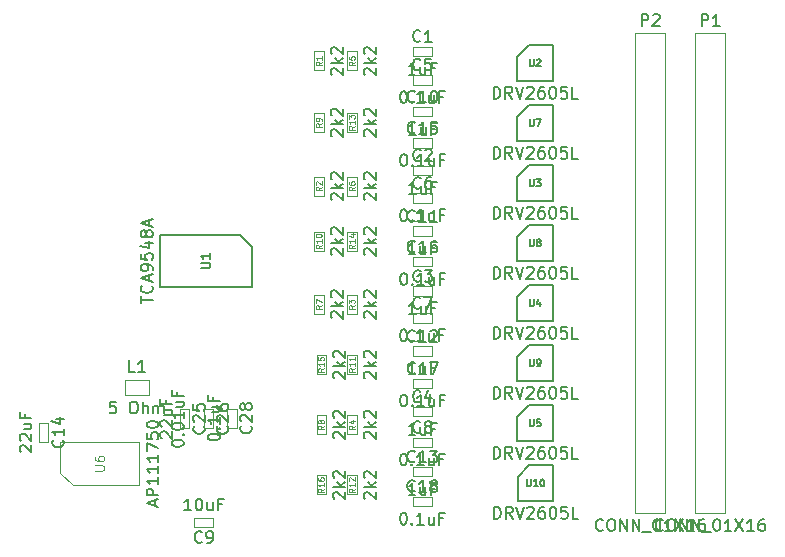
<source format=gbr>
G04 #@! TF.FileFunction,Other,Fab,Top*
%FSLAX46Y46*%
G04 Gerber Fmt 4.6, Leading zero omitted, Abs format (unit mm)*
G04 Created by KiCad (PCBNEW 4.0.5) date Thursday, 11 May 2017 'PMt' 15:34:45*
%MOMM*%
%LPD*%
G01*
G04 APERTURE LIST*
%ADD10C,0.100000*%
%ADD11C,0.150000*%
%ADD12C,0.075000*%
%ADD13C,0.120000*%
G04 APERTURE END LIST*
D10*
X179070000Y-82550000D02*
X179070000Y-123190000D01*
X179070000Y-123190000D02*
X181610000Y-123190000D01*
X181610000Y-123190000D02*
X181610000Y-82550000D01*
X181610000Y-82550000D02*
X179070000Y-82550000D01*
X155150000Y-84500000D02*
X155150000Y-83700000D01*
X156750000Y-84500000D02*
X155150000Y-84500000D01*
X156750000Y-83700000D02*
X156750000Y-84500000D01*
X155150000Y-83700000D02*
X156750000Y-83700000D01*
X155171200Y-94583200D02*
X155171200Y-93783200D01*
X156771200Y-94583200D02*
X155171200Y-94583200D01*
X156771200Y-93783200D02*
X156771200Y-94583200D01*
X155171200Y-93783200D02*
X156771200Y-93783200D01*
X155171200Y-104794000D02*
X155171200Y-103994000D01*
X156771200Y-104794000D02*
X155171200Y-104794000D01*
X156771200Y-103994000D02*
X156771200Y-104794000D01*
X155171200Y-103994000D02*
X156771200Y-103994000D01*
X155150000Y-115000000D02*
X155150000Y-114200000D01*
X156750000Y-115000000D02*
X155150000Y-115000000D01*
X156750000Y-114200000D02*
X156750000Y-115000000D01*
X155150000Y-114200000D02*
X156750000Y-114200000D01*
X155150000Y-86900000D02*
X155150000Y-86100000D01*
X156750000Y-86900000D02*
X155150000Y-86900000D01*
X156750000Y-86100000D02*
X156750000Y-86900000D01*
X155150000Y-86100000D02*
X156750000Y-86100000D01*
X155171200Y-96920000D02*
X155171200Y-96120000D01*
X156771200Y-96920000D02*
X155171200Y-96920000D01*
X156771200Y-96120000D02*
X156771200Y-96920000D01*
X155171200Y-96120000D02*
X156771200Y-96120000D01*
X155150000Y-107080000D02*
X155150000Y-106280000D01*
X156750000Y-107080000D02*
X155150000Y-107080000D01*
X156750000Y-106280000D02*
X156750000Y-107080000D01*
X155150000Y-106280000D02*
X156750000Y-106280000D01*
X155150000Y-117600000D02*
X155150000Y-116800000D01*
X156750000Y-117600000D02*
X155150000Y-117600000D01*
X156750000Y-116800000D02*
X156750000Y-117600000D01*
X155150000Y-116800000D02*
X156750000Y-116800000D01*
X138250000Y-123600000D02*
X138250000Y-124400000D01*
X136650000Y-123600000D02*
X138250000Y-123600000D01*
X136650000Y-124400000D02*
X136650000Y-123600000D01*
X138250000Y-124400000D02*
X136650000Y-124400000D01*
X155171200Y-89604800D02*
X155171200Y-88804800D01*
X156771200Y-89604800D02*
X155171200Y-89604800D01*
X156771200Y-88804800D02*
X156771200Y-89604800D01*
X155171200Y-88804800D02*
X156771200Y-88804800D01*
X155150000Y-99714000D02*
X155150000Y-98914000D01*
X156750000Y-99714000D02*
X155150000Y-99714000D01*
X156750000Y-98914000D02*
X156750000Y-99714000D01*
X155150000Y-98914000D02*
X156750000Y-98914000D01*
X155150000Y-109874000D02*
X155150000Y-109074000D01*
X156750000Y-109874000D02*
X155150000Y-109874000D01*
X156750000Y-109074000D02*
X156750000Y-109874000D01*
X155150000Y-109074000D02*
X156750000Y-109074000D01*
X155150000Y-120084800D02*
X155150000Y-119284800D01*
X156750000Y-120084800D02*
X155150000Y-120084800D01*
X156750000Y-119284800D02*
X156750000Y-120084800D01*
X155150000Y-119284800D02*
X156750000Y-119284800D01*
X123500000Y-115550000D02*
X124300000Y-115550000D01*
X123500000Y-117150000D02*
X123500000Y-115550000D01*
X124300000Y-117150000D02*
X123500000Y-117150000D01*
X124300000Y-115550000D02*
X124300000Y-117150000D01*
X155171200Y-92246400D02*
X155171200Y-91446400D01*
X156771200Y-92246400D02*
X155171200Y-92246400D01*
X156771200Y-91446400D02*
X156771200Y-92246400D01*
X155171200Y-91446400D02*
X156771200Y-91446400D01*
X155171200Y-102304800D02*
X155171200Y-101504800D01*
X156771200Y-102304800D02*
X155171200Y-102304800D01*
X156771200Y-101504800D02*
X156771200Y-102304800D01*
X155171200Y-101504800D02*
X156771200Y-101504800D01*
X155171200Y-112600000D02*
X155171200Y-111800000D01*
X156771200Y-112600000D02*
X155171200Y-112600000D01*
X156771200Y-111800000D02*
X156771200Y-112600000D01*
X155171200Y-111800000D02*
X156771200Y-111800000D01*
X155150000Y-122600000D02*
X155150000Y-121800000D01*
X156750000Y-122600000D02*
X155150000Y-122600000D01*
X156750000Y-121800000D02*
X156750000Y-122600000D01*
X155150000Y-121800000D02*
X156750000Y-121800000D01*
X135430000Y-114390000D02*
X136230000Y-114390000D01*
X135430000Y-115990000D02*
X135430000Y-114390000D01*
X136230000Y-115990000D02*
X135430000Y-115990000D01*
X136230000Y-114390000D02*
X136230000Y-115990000D01*
X137430000Y-114390000D02*
X138230000Y-114390000D01*
X137430000Y-115990000D02*
X137430000Y-114390000D01*
X138230000Y-115990000D02*
X137430000Y-115990000D01*
X138230000Y-114390000D02*
X138230000Y-115990000D01*
X139430000Y-114350000D02*
X140230000Y-114350000D01*
X139430000Y-115950000D02*
X139430000Y-114350000D01*
X140230000Y-115950000D02*
X139430000Y-115950000D01*
X140230000Y-114350000D02*
X140230000Y-115950000D01*
X130780000Y-113160000D02*
X130780000Y-111920000D01*
X132780000Y-113160000D02*
X130780000Y-113160000D01*
X132780000Y-111920000D02*
X132780000Y-113160000D01*
X130780000Y-111920000D02*
X132780000Y-111920000D01*
X173990000Y-82550000D02*
X173990000Y-123190000D01*
X173990000Y-123190000D02*
X176530000Y-123190000D01*
X176530000Y-123190000D02*
X176530000Y-82550000D01*
X176530000Y-82550000D02*
X173990000Y-82550000D01*
X147600000Y-85700000D02*
X146800000Y-85700000D01*
X147600000Y-84100000D02*
X147600000Y-85700000D01*
X146800000Y-84100000D02*
X147600000Y-84100000D01*
X146800000Y-85700000D02*
X146800000Y-84100000D01*
X147600000Y-96300000D02*
X146800000Y-96300000D01*
X147600000Y-94700000D02*
X147600000Y-96300000D01*
X146800000Y-94700000D02*
X147600000Y-94700000D01*
X146800000Y-96300000D02*
X146800000Y-94700000D01*
X150400000Y-106300000D02*
X149600000Y-106300000D01*
X150400000Y-104700000D02*
X150400000Y-106300000D01*
X149600000Y-104700000D02*
X150400000Y-104700000D01*
X149600000Y-106300000D02*
X149600000Y-104700000D01*
X150400000Y-116500000D02*
X149600000Y-116500000D01*
X150400000Y-114900000D02*
X150400000Y-116500000D01*
X149600000Y-114900000D02*
X150400000Y-114900000D01*
X149600000Y-116500000D02*
X149600000Y-114900000D01*
X150400000Y-85700000D02*
X149600000Y-85700000D01*
X150400000Y-84100000D02*
X150400000Y-85700000D01*
X149600000Y-84100000D02*
X150400000Y-84100000D01*
X149600000Y-85700000D02*
X149600000Y-84100000D01*
X150400000Y-96300000D02*
X149600000Y-96300000D01*
X150400000Y-94700000D02*
X150400000Y-96300000D01*
X149600000Y-94700000D02*
X150400000Y-94700000D01*
X149600000Y-96300000D02*
X149600000Y-94700000D01*
X147600000Y-106300000D02*
X146800000Y-106300000D01*
X147600000Y-104700000D02*
X147600000Y-106300000D01*
X146800000Y-104700000D02*
X147600000Y-104700000D01*
X146800000Y-106300000D02*
X146800000Y-104700000D01*
X147800000Y-116500000D02*
X147000000Y-116500000D01*
X147800000Y-114900000D02*
X147800000Y-116500000D01*
X147000000Y-114900000D02*
X147800000Y-114900000D01*
X147000000Y-116500000D02*
X147000000Y-114900000D01*
X147600000Y-90900000D02*
X146800000Y-90900000D01*
X147600000Y-89300000D02*
X147600000Y-90900000D01*
X146800000Y-89300000D02*
X147600000Y-89300000D01*
X146800000Y-90900000D02*
X146800000Y-89300000D01*
X147600000Y-100960000D02*
X146800000Y-100960000D01*
X147600000Y-99360000D02*
X147600000Y-100960000D01*
X146800000Y-99360000D02*
X147600000Y-99360000D01*
X146800000Y-100960000D02*
X146800000Y-99360000D01*
X150400000Y-111400000D02*
X149600000Y-111400000D01*
X150400000Y-109800000D02*
X150400000Y-111400000D01*
X149600000Y-109800000D02*
X150400000Y-109800000D01*
X149600000Y-111400000D02*
X149600000Y-109800000D01*
X150400000Y-121600000D02*
X149600000Y-121600000D01*
X150400000Y-120000000D02*
X150400000Y-121600000D01*
X149600000Y-120000000D02*
X150400000Y-120000000D01*
X149600000Y-121600000D02*
X149600000Y-120000000D01*
X150400000Y-90900000D02*
X149600000Y-90900000D01*
X150400000Y-89300000D02*
X150400000Y-90900000D01*
X149600000Y-89300000D02*
X150400000Y-89300000D01*
X149600000Y-90900000D02*
X149600000Y-89300000D01*
X150400000Y-100960000D02*
X149600000Y-100960000D01*
X150400000Y-99360000D02*
X150400000Y-100960000D01*
X149600000Y-99360000D02*
X150400000Y-99360000D01*
X149600000Y-100960000D02*
X149600000Y-99360000D01*
X147800000Y-111400000D02*
X147000000Y-111400000D01*
X147800000Y-109800000D02*
X147800000Y-111400000D01*
X147000000Y-109800000D02*
X147800000Y-109800000D01*
X147000000Y-111400000D02*
X147000000Y-109800000D01*
X147800000Y-121600000D02*
X147000000Y-121600000D01*
X147800000Y-120000000D02*
X147800000Y-121600000D01*
X147000000Y-120000000D02*
X147800000Y-120000000D01*
X147000000Y-121600000D02*
X147000000Y-120000000D01*
D11*
X141525000Y-100650000D02*
X141525000Y-104050000D01*
X141525000Y-104050000D02*
X133725000Y-104050000D01*
X133725000Y-104050000D02*
X133725000Y-99650000D01*
X133725000Y-99650000D02*
X140525000Y-99650000D01*
X140525000Y-99650000D02*
X141525000Y-100650000D01*
X164990000Y-83590000D02*
X166990000Y-83590000D01*
X166990000Y-83590000D02*
X166990000Y-86590000D01*
X166990000Y-86590000D02*
X163990000Y-86590000D01*
X163990000Y-86590000D02*
X163990000Y-84590000D01*
X163990000Y-84590000D02*
X164990000Y-83590000D01*
X164990000Y-93750000D02*
X166990000Y-93750000D01*
X166990000Y-93750000D02*
X166990000Y-96750000D01*
X166990000Y-96750000D02*
X163990000Y-96750000D01*
X163990000Y-96750000D02*
X163990000Y-94750000D01*
X163990000Y-94750000D02*
X164990000Y-93750000D01*
X164990000Y-103910000D02*
X166990000Y-103910000D01*
X166990000Y-103910000D02*
X166990000Y-106910000D01*
X166990000Y-106910000D02*
X163990000Y-106910000D01*
X163990000Y-106910000D02*
X163990000Y-104910000D01*
X163990000Y-104910000D02*
X164990000Y-103910000D01*
X164990000Y-114070000D02*
X166990000Y-114070000D01*
X166990000Y-114070000D02*
X166990000Y-117070000D01*
X166990000Y-117070000D02*
X163990000Y-117070000D01*
X163990000Y-117070000D02*
X163990000Y-115070000D01*
X163990000Y-115070000D02*
X164990000Y-114070000D01*
D10*
X126350000Y-120840000D02*
X125300000Y-119790000D01*
X126350000Y-120840000D02*
X132000000Y-120840000D01*
X125300000Y-119790000D02*
X125300000Y-117140000D01*
X132000000Y-120840000D02*
X132000000Y-117140000D01*
X125300000Y-117140000D02*
X132000000Y-117140000D01*
D11*
X164990000Y-88670000D02*
X166990000Y-88670000D01*
X166990000Y-88670000D02*
X166990000Y-91670000D01*
X166990000Y-91670000D02*
X163990000Y-91670000D01*
X163990000Y-91670000D02*
X163990000Y-89670000D01*
X163990000Y-89670000D02*
X164990000Y-88670000D01*
X164990000Y-98830000D02*
X166990000Y-98830000D01*
X166990000Y-98830000D02*
X166990000Y-101830000D01*
X166990000Y-101830000D02*
X163990000Y-101830000D01*
X163990000Y-101830000D02*
X163990000Y-99830000D01*
X163990000Y-99830000D02*
X164990000Y-98830000D01*
X164990000Y-108990000D02*
X166990000Y-108990000D01*
X166990000Y-108990000D02*
X166990000Y-111990000D01*
X166990000Y-111990000D02*
X163990000Y-111990000D01*
X163990000Y-111990000D02*
X163990000Y-109990000D01*
X163990000Y-109990000D02*
X164990000Y-108990000D01*
X165015400Y-119150000D02*
X167015400Y-119150000D01*
X167015400Y-119150000D02*
X167015400Y-122150000D01*
X167015400Y-122150000D02*
X164015400Y-122150000D01*
X164015400Y-122150000D02*
X164015400Y-120150000D01*
X164015400Y-120150000D02*
X165015400Y-119150000D01*
X176316191Y-124607143D02*
X176268572Y-124654762D01*
X176125715Y-124702381D01*
X176030477Y-124702381D01*
X175887619Y-124654762D01*
X175792381Y-124559524D01*
X175744762Y-124464286D01*
X175697143Y-124273810D01*
X175697143Y-124130952D01*
X175744762Y-123940476D01*
X175792381Y-123845238D01*
X175887619Y-123750000D01*
X176030477Y-123702381D01*
X176125715Y-123702381D01*
X176268572Y-123750000D01*
X176316191Y-123797619D01*
X176935238Y-123702381D02*
X177125715Y-123702381D01*
X177220953Y-123750000D01*
X177316191Y-123845238D01*
X177363810Y-124035714D01*
X177363810Y-124369048D01*
X177316191Y-124559524D01*
X177220953Y-124654762D01*
X177125715Y-124702381D01*
X176935238Y-124702381D01*
X176840000Y-124654762D01*
X176744762Y-124559524D01*
X176697143Y-124369048D01*
X176697143Y-124035714D01*
X176744762Y-123845238D01*
X176840000Y-123750000D01*
X176935238Y-123702381D01*
X177792381Y-124702381D02*
X177792381Y-123702381D01*
X178363810Y-124702381D01*
X178363810Y-123702381D01*
X178840000Y-124702381D02*
X178840000Y-123702381D01*
X179411429Y-124702381D01*
X179411429Y-123702381D01*
X179649524Y-124797619D02*
X180411429Y-124797619D01*
X180840000Y-123702381D02*
X180935239Y-123702381D01*
X181030477Y-123750000D01*
X181078096Y-123797619D01*
X181125715Y-123892857D01*
X181173334Y-124083333D01*
X181173334Y-124321429D01*
X181125715Y-124511905D01*
X181078096Y-124607143D01*
X181030477Y-124654762D01*
X180935239Y-124702381D01*
X180840000Y-124702381D01*
X180744762Y-124654762D01*
X180697143Y-124607143D01*
X180649524Y-124511905D01*
X180601905Y-124321429D01*
X180601905Y-124083333D01*
X180649524Y-123892857D01*
X180697143Y-123797619D01*
X180744762Y-123750000D01*
X180840000Y-123702381D01*
X182125715Y-124702381D02*
X181554286Y-124702381D01*
X181840000Y-124702381D02*
X181840000Y-123702381D01*
X181744762Y-123845238D01*
X181649524Y-123940476D01*
X181554286Y-123988095D01*
X182459048Y-123702381D02*
X183125715Y-124702381D01*
X183125715Y-123702381D02*
X182459048Y-124702381D01*
X184030477Y-124702381D02*
X183459048Y-124702381D01*
X183744762Y-124702381D02*
X183744762Y-123702381D01*
X183649524Y-123845238D01*
X183554286Y-123940476D01*
X183459048Y-123988095D01*
X184887620Y-123702381D02*
X184697143Y-123702381D01*
X184601905Y-123750000D01*
X184554286Y-123797619D01*
X184459048Y-123940476D01*
X184411429Y-124130952D01*
X184411429Y-124511905D01*
X184459048Y-124607143D01*
X184506667Y-124654762D01*
X184601905Y-124702381D01*
X184792382Y-124702381D01*
X184887620Y-124654762D01*
X184935239Y-124607143D01*
X184982858Y-124511905D01*
X184982858Y-124273810D01*
X184935239Y-124178571D01*
X184887620Y-124130952D01*
X184792382Y-124083333D01*
X184601905Y-124083333D01*
X184506667Y-124130952D01*
X184459048Y-124178571D01*
X184411429Y-124273810D01*
X179601905Y-81942381D02*
X179601905Y-80942381D01*
X179982858Y-80942381D01*
X180078096Y-80990000D01*
X180125715Y-81037619D01*
X180173334Y-81132857D01*
X180173334Y-81275714D01*
X180125715Y-81370952D01*
X180078096Y-81418571D01*
X179982858Y-81466190D01*
X179601905Y-81466190D01*
X181125715Y-81942381D02*
X180554286Y-81942381D01*
X180840000Y-81942381D02*
X180840000Y-80942381D01*
X180744762Y-81085238D01*
X180649524Y-81180476D01*
X180554286Y-81228095D01*
X155354762Y-86052381D02*
X154783333Y-86052381D01*
X155069047Y-86052381D02*
X155069047Y-85052381D01*
X154973809Y-85195238D01*
X154878571Y-85290476D01*
X154783333Y-85338095D01*
X156211905Y-85385714D02*
X156211905Y-86052381D01*
X155783333Y-85385714D02*
X155783333Y-85909524D01*
X155830952Y-86004762D01*
X155926190Y-86052381D01*
X156069048Y-86052381D01*
X156164286Y-86004762D01*
X156211905Y-85957143D01*
X157021429Y-85528571D02*
X156688095Y-85528571D01*
X156688095Y-86052381D02*
X156688095Y-85052381D01*
X157164286Y-85052381D01*
X155783334Y-83207143D02*
X155735715Y-83254762D01*
X155592858Y-83302381D01*
X155497620Y-83302381D01*
X155354762Y-83254762D01*
X155259524Y-83159524D01*
X155211905Y-83064286D01*
X155164286Y-82873810D01*
X155164286Y-82730952D01*
X155211905Y-82540476D01*
X155259524Y-82445238D01*
X155354762Y-82350000D01*
X155497620Y-82302381D01*
X155592858Y-82302381D01*
X155735715Y-82350000D01*
X155783334Y-82397619D01*
X156735715Y-83302381D02*
X156164286Y-83302381D01*
X156450000Y-83302381D02*
X156450000Y-82302381D01*
X156354762Y-82445238D01*
X156259524Y-82540476D01*
X156164286Y-82588095D01*
X155375962Y-96135581D02*
X154804533Y-96135581D01*
X155090247Y-96135581D02*
X155090247Y-95135581D01*
X154995009Y-95278438D01*
X154899771Y-95373676D01*
X154804533Y-95421295D01*
X156233105Y-95468914D02*
X156233105Y-96135581D01*
X155804533Y-95468914D02*
X155804533Y-95992724D01*
X155852152Y-96087962D01*
X155947390Y-96135581D01*
X156090248Y-96135581D01*
X156185486Y-96087962D01*
X156233105Y-96040343D01*
X157042629Y-95611771D02*
X156709295Y-95611771D01*
X156709295Y-96135581D02*
X156709295Y-95135581D01*
X157185486Y-95135581D01*
X155804534Y-93290343D02*
X155756915Y-93337962D01*
X155614058Y-93385581D01*
X155518820Y-93385581D01*
X155375962Y-93337962D01*
X155280724Y-93242724D01*
X155233105Y-93147486D01*
X155185486Y-92957010D01*
X155185486Y-92814152D01*
X155233105Y-92623676D01*
X155280724Y-92528438D01*
X155375962Y-92433200D01*
X155518820Y-92385581D01*
X155614058Y-92385581D01*
X155756915Y-92433200D01*
X155804534Y-92480819D01*
X156185486Y-92480819D02*
X156233105Y-92433200D01*
X156328343Y-92385581D01*
X156566439Y-92385581D01*
X156661677Y-92433200D01*
X156709296Y-92480819D01*
X156756915Y-92576057D01*
X156756915Y-92671295D01*
X156709296Y-92814152D01*
X156137867Y-93385581D01*
X156756915Y-93385581D01*
X155375962Y-106346381D02*
X154804533Y-106346381D01*
X155090247Y-106346381D02*
X155090247Y-105346381D01*
X154995009Y-105489238D01*
X154899771Y-105584476D01*
X154804533Y-105632095D01*
X156233105Y-105679714D02*
X156233105Y-106346381D01*
X155804533Y-105679714D02*
X155804533Y-106203524D01*
X155852152Y-106298762D01*
X155947390Y-106346381D01*
X156090248Y-106346381D01*
X156185486Y-106298762D01*
X156233105Y-106251143D01*
X157042629Y-105822571D02*
X156709295Y-105822571D01*
X156709295Y-106346381D02*
X156709295Y-105346381D01*
X157185486Y-105346381D01*
X155804534Y-103501143D02*
X155756915Y-103548762D01*
X155614058Y-103596381D01*
X155518820Y-103596381D01*
X155375962Y-103548762D01*
X155280724Y-103453524D01*
X155233105Y-103358286D01*
X155185486Y-103167810D01*
X155185486Y-103024952D01*
X155233105Y-102834476D01*
X155280724Y-102739238D01*
X155375962Y-102644000D01*
X155518820Y-102596381D01*
X155614058Y-102596381D01*
X155756915Y-102644000D01*
X155804534Y-102691619D01*
X156137867Y-102596381D02*
X156756915Y-102596381D01*
X156423581Y-102977333D01*
X156566439Y-102977333D01*
X156661677Y-103024952D01*
X156709296Y-103072571D01*
X156756915Y-103167810D01*
X156756915Y-103405905D01*
X156709296Y-103501143D01*
X156661677Y-103548762D01*
X156566439Y-103596381D01*
X156280724Y-103596381D01*
X156185486Y-103548762D01*
X156137867Y-103501143D01*
X155354762Y-116552381D02*
X154783333Y-116552381D01*
X155069047Y-116552381D02*
X155069047Y-115552381D01*
X154973809Y-115695238D01*
X154878571Y-115790476D01*
X154783333Y-115838095D01*
X156211905Y-115885714D02*
X156211905Y-116552381D01*
X155783333Y-115885714D02*
X155783333Y-116409524D01*
X155830952Y-116504762D01*
X155926190Y-116552381D01*
X156069048Y-116552381D01*
X156164286Y-116504762D01*
X156211905Y-116457143D01*
X157021429Y-116028571D02*
X156688095Y-116028571D01*
X156688095Y-116552381D02*
X156688095Y-115552381D01*
X157164286Y-115552381D01*
X155783334Y-113707143D02*
X155735715Y-113754762D01*
X155592858Y-113802381D01*
X155497620Y-113802381D01*
X155354762Y-113754762D01*
X155259524Y-113659524D01*
X155211905Y-113564286D01*
X155164286Y-113373810D01*
X155164286Y-113230952D01*
X155211905Y-113040476D01*
X155259524Y-112945238D01*
X155354762Y-112850000D01*
X155497620Y-112802381D01*
X155592858Y-112802381D01*
X155735715Y-112850000D01*
X155783334Y-112897619D01*
X156640477Y-113135714D02*
X156640477Y-113802381D01*
X156402381Y-112754762D02*
X156164286Y-113469048D01*
X156783334Y-113469048D01*
X154307143Y-87452381D02*
X154402382Y-87452381D01*
X154497620Y-87500000D01*
X154545239Y-87547619D01*
X154592858Y-87642857D01*
X154640477Y-87833333D01*
X154640477Y-88071429D01*
X154592858Y-88261905D01*
X154545239Y-88357143D01*
X154497620Y-88404762D01*
X154402382Y-88452381D01*
X154307143Y-88452381D01*
X154211905Y-88404762D01*
X154164286Y-88357143D01*
X154116667Y-88261905D01*
X154069048Y-88071429D01*
X154069048Y-87833333D01*
X154116667Y-87642857D01*
X154164286Y-87547619D01*
X154211905Y-87500000D01*
X154307143Y-87452381D01*
X155069048Y-88357143D02*
X155116667Y-88404762D01*
X155069048Y-88452381D01*
X155021429Y-88404762D01*
X155069048Y-88357143D01*
X155069048Y-88452381D01*
X156069048Y-88452381D02*
X155497619Y-88452381D01*
X155783333Y-88452381D02*
X155783333Y-87452381D01*
X155688095Y-87595238D01*
X155592857Y-87690476D01*
X155497619Y-87738095D01*
X156926191Y-87785714D02*
X156926191Y-88452381D01*
X156497619Y-87785714D02*
X156497619Y-88309524D01*
X156545238Y-88404762D01*
X156640476Y-88452381D01*
X156783334Y-88452381D01*
X156878572Y-88404762D01*
X156926191Y-88357143D01*
X157735715Y-87928571D02*
X157402381Y-87928571D01*
X157402381Y-88452381D02*
X157402381Y-87452381D01*
X157878572Y-87452381D01*
X155783334Y-85607143D02*
X155735715Y-85654762D01*
X155592858Y-85702381D01*
X155497620Y-85702381D01*
X155354762Y-85654762D01*
X155259524Y-85559524D01*
X155211905Y-85464286D01*
X155164286Y-85273810D01*
X155164286Y-85130952D01*
X155211905Y-84940476D01*
X155259524Y-84845238D01*
X155354762Y-84750000D01*
X155497620Y-84702381D01*
X155592858Y-84702381D01*
X155735715Y-84750000D01*
X155783334Y-84797619D01*
X156688096Y-84702381D02*
X156211905Y-84702381D01*
X156164286Y-85178571D01*
X156211905Y-85130952D01*
X156307143Y-85083333D01*
X156545239Y-85083333D01*
X156640477Y-85130952D01*
X156688096Y-85178571D01*
X156735715Y-85273810D01*
X156735715Y-85511905D01*
X156688096Y-85607143D01*
X156640477Y-85654762D01*
X156545239Y-85702381D01*
X156307143Y-85702381D01*
X156211905Y-85654762D01*
X156164286Y-85607143D01*
X154328343Y-97472381D02*
X154423582Y-97472381D01*
X154518820Y-97520000D01*
X154566439Y-97567619D01*
X154614058Y-97662857D01*
X154661677Y-97853333D01*
X154661677Y-98091429D01*
X154614058Y-98281905D01*
X154566439Y-98377143D01*
X154518820Y-98424762D01*
X154423582Y-98472381D01*
X154328343Y-98472381D01*
X154233105Y-98424762D01*
X154185486Y-98377143D01*
X154137867Y-98281905D01*
X154090248Y-98091429D01*
X154090248Y-97853333D01*
X154137867Y-97662857D01*
X154185486Y-97567619D01*
X154233105Y-97520000D01*
X154328343Y-97472381D01*
X155090248Y-98377143D02*
X155137867Y-98424762D01*
X155090248Y-98472381D01*
X155042629Y-98424762D01*
X155090248Y-98377143D01*
X155090248Y-98472381D01*
X156090248Y-98472381D02*
X155518819Y-98472381D01*
X155804533Y-98472381D02*
X155804533Y-97472381D01*
X155709295Y-97615238D01*
X155614057Y-97710476D01*
X155518819Y-97758095D01*
X156947391Y-97805714D02*
X156947391Y-98472381D01*
X156518819Y-97805714D02*
X156518819Y-98329524D01*
X156566438Y-98424762D01*
X156661676Y-98472381D01*
X156804534Y-98472381D01*
X156899772Y-98424762D01*
X156947391Y-98377143D01*
X157756915Y-97948571D02*
X157423581Y-97948571D01*
X157423581Y-98472381D02*
X157423581Y-97472381D01*
X157899772Y-97472381D01*
X155804534Y-95627143D02*
X155756915Y-95674762D01*
X155614058Y-95722381D01*
X155518820Y-95722381D01*
X155375962Y-95674762D01*
X155280724Y-95579524D01*
X155233105Y-95484286D01*
X155185486Y-95293810D01*
X155185486Y-95150952D01*
X155233105Y-94960476D01*
X155280724Y-94865238D01*
X155375962Y-94770000D01*
X155518820Y-94722381D01*
X155614058Y-94722381D01*
X155756915Y-94770000D01*
X155804534Y-94817619D01*
X156661677Y-94722381D02*
X156471200Y-94722381D01*
X156375962Y-94770000D01*
X156328343Y-94817619D01*
X156233105Y-94960476D01*
X156185486Y-95150952D01*
X156185486Y-95531905D01*
X156233105Y-95627143D01*
X156280724Y-95674762D01*
X156375962Y-95722381D01*
X156566439Y-95722381D01*
X156661677Y-95674762D01*
X156709296Y-95627143D01*
X156756915Y-95531905D01*
X156756915Y-95293810D01*
X156709296Y-95198571D01*
X156661677Y-95150952D01*
X156566439Y-95103333D01*
X156375962Y-95103333D01*
X156280724Y-95150952D01*
X156233105Y-95198571D01*
X156185486Y-95293810D01*
X154307143Y-107632381D02*
X154402382Y-107632381D01*
X154497620Y-107680000D01*
X154545239Y-107727619D01*
X154592858Y-107822857D01*
X154640477Y-108013333D01*
X154640477Y-108251429D01*
X154592858Y-108441905D01*
X154545239Y-108537143D01*
X154497620Y-108584762D01*
X154402382Y-108632381D01*
X154307143Y-108632381D01*
X154211905Y-108584762D01*
X154164286Y-108537143D01*
X154116667Y-108441905D01*
X154069048Y-108251429D01*
X154069048Y-108013333D01*
X154116667Y-107822857D01*
X154164286Y-107727619D01*
X154211905Y-107680000D01*
X154307143Y-107632381D01*
X155069048Y-108537143D02*
X155116667Y-108584762D01*
X155069048Y-108632381D01*
X155021429Y-108584762D01*
X155069048Y-108537143D01*
X155069048Y-108632381D01*
X156069048Y-108632381D02*
X155497619Y-108632381D01*
X155783333Y-108632381D02*
X155783333Y-107632381D01*
X155688095Y-107775238D01*
X155592857Y-107870476D01*
X155497619Y-107918095D01*
X156926191Y-107965714D02*
X156926191Y-108632381D01*
X156497619Y-107965714D02*
X156497619Y-108489524D01*
X156545238Y-108584762D01*
X156640476Y-108632381D01*
X156783334Y-108632381D01*
X156878572Y-108584762D01*
X156926191Y-108537143D01*
X157735715Y-108108571D02*
X157402381Y-108108571D01*
X157402381Y-108632381D02*
X157402381Y-107632381D01*
X157878572Y-107632381D01*
X155783334Y-105787143D02*
X155735715Y-105834762D01*
X155592858Y-105882381D01*
X155497620Y-105882381D01*
X155354762Y-105834762D01*
X155259524Y-105739524D01*
X155211905Y-105644286D01*
X155164286Y-105453810D01*
X155164286Y-105310952D01*
X155211905Y-105120476D01*
X155259524Y-105025238D01*
X155354762Y-104930000D01*
X155497620Y-104882381D01*
X155592858Y-104882381D01*
X155735715Y-104930000D01*
X155783334Y-104977619D01*
X156116667Y-104882381D02*
X156783334Y-104882381D01*
X156354762Y-105882381D01*
X154307143Y-118152381D02*
X154402382Y-118152381D01*
X154497620Y-118200000D01*
X154545239Y-118247619D01*
X154592858Y-118342857D01*
X154640477Y-118533333D01*
X154640477Y-118771429D01*
X154592858Y-118961905D01*
X154545239Y-119057143D01*
X154497620Y-119104762D01*
X154402382Y-119152381D01*
X154307143Y-119152381D01*
X154211905Y-119104762D01*
X154164286Y-119057143D01*
X154116667Y-118961905D01*
X154069048Y-118771429D01*
X154069048Y-118533333D01*
X154116667Y-118342857D01*
X154164286Y-118247619D01*
X154211905Y-118200000D01*
X154307143Y-118152381D01*
X155069048Y-119057143D02*
X155116667Y-119104762D01*
X155069048Y-119152381D01*
X155021429Y-119104762D01*
X155069048Y-119057143D01*
X155069048Y-119152381D01*
X156069048Y-119152381D02*
X155497619Y-119152381D01*
X155783333Y-119152381D02*
X155783333Y-118152381D01*
X155688095Y-118295238D01*
X155592857Y-118390476D01*
X155497619Y-118438095D01*
X156926191Y-118485714D02*
X156926191Y-119152381D01*
X156497619Y-118485714D02*
X156497619Y-119009524D01*
X156545238Y-119104762D01*
X156640476Y-119152381D01*
X156783334Y-119152381D01*
X156878572Y-119104762D01*
X156926191Y-119057143D01*
X157735715Y-118628571D02*
X157402381Y-118628571D01*
X157402381Y-119152381D02*
X157402381Y-118152381D01*
X157878572Y-118152381D01*
X155783334Y-116307143D02*
X155735715Y-116354762D01*
X155592858Y-116402381D01*
X155497620Y-116402381D01*
X155354762Y-116354762D01*
X155259524Y-116259524D01*
X155211905Y-116164286D01*
X155164286Y-115973810D01*
X155164286Y-115830952D01*
X155211905Y-115640476D01*
X155259524Y-115545238D01*
X155354762Y-115450000D01*
X155497620Y-115402381D01*
X155592858Y-115402381D01*
X155735715Y-115450000D01*
X155783334Y-115497619D01*
X156354762Y-115830952D02*
X156259524Y-115783333D01*
X156211905Y-115735714D01*
X156164286Y-115640476D01*
X156164286Y-115592857D01*
X156211905Y-115497619D01*
X156259524Y-115450000D01*
X156354762Y-115402381D01*
X156545239Y-115402381D01*
X156640477Y-115450000D01*
X156688096Y-115497619D01*
X156735715Y-115592857D01*
X156735715Y-115640476D01*
X156688096Y-115735714D01*
X156640477Y-115783333D01*
X156545239Y-115830952D01*
X156354762Y-115830952D01*
X156259524Y-115878571D01*
X156211905Y-115926190D01*
X156164286Y-116021429D01*
X156164286Y-116211905D01*
X156211905Y-116307143D01*
X156259524Y-116354762D01*
X156354762Y-116402381D01*
X156545239Y-116402381D01*
X156640477Y-116354762D01*
X156688096Y-116307143D01*
X156735715Y-116211905D01*
X156735715Y-116021429D01*
X156688096Y-115926190D01*
X156640477Y-115878571D01*
X156545239Y-115830952D01*
X136378572Y-122952381D02*
X135807143Y-122952381D01*
X136092857Y-122952381D02*
X136092857Y-121952381D01*
X135997619Y-122095238D01*
X135902381Y-122190476D01*
X135807143Y-122238095D01*
X136997619Y-121952381D02*
X137092858Y-121952381D01*
X137188096Y-122000000D01*
X137235715Y-122047619D01*
X137283334Y-122142857D01*
X137330953Y-122333333D01*
X137330953Y-122571429D01*
X137283334Y-122761905D01*
X137235715Y-122857143D01*
X137188096Y-122904762D01*
X137092858Y-122952381D01*
X136997619Y-122952381D01*
X136902381Y-122904762D01*
X136854762Y-122857143D01*
X136807143Y-122761905D01*
X136759524Y-122571429D01*
X136759524Y-122333333D01*
X136807143Y-122142857D01*
X136854762Y-122047619D01*
X136902381Y-122000000D01*
X136997619Y-121952381D01*
X138188096Y-122285714D02*
X138188096Y-122952381D01*
X137759524Y-122285714D02*
X137759524Y-122809524D01*
X137807143Y-122904762D01*
X137902381Y-122952381D01*
X138045239Y-122952381D01*
X138140477Y-122904762D01*
X138188096Y-122857143D01*
X138997620Y-122428571D02*
X138664286Y-122428571D01*
X138664286Y-122952381D02*
X138664286Y-121952381D01*
X139140477Y-121952381D01*
X137283334Y-125607143D02*
X137235715Y-125654762D01*
X137092858Y-125702381D01*
X136997620Y-125702381D01*
X136854762Y-125654762D01*
X136759524Y-125559524D01*
X136711905Y-125464286D01*
X136664286Y-125273810D01*
X136664286Y-125130952D01*
X136711905Y-124940476D01*
X136759524Y-124845238D01*
X136854762Y-124750000D01*
X136997620Y-124702381D01*
X137092858Y-124702381D01*
X137235715Y-124750000D01*
X137283334Y-124797619D01*
X137759524Y-125702381D02*
X137950000Y-125702381D01*
X138045239Y-125654762D01*
X138092858Y-125607143D01*
X138188096Y-125464286D01*
X138235715Y-125273810D01*
X138235715Y-124892857D01*
X138188096Y-124797619D01*
X138140477Y-124750000D01*
X138045239Y-124702381D01*
X137854762Y-124702381D01*
X137759524Y-124750000D01*
X137711905Y-124797619D01*
X137664286Y-124892857D01*
X137664286Y-125130952D01*
X137711905Y-125226190D01*
X137759524Y-125273810D01*
X137854762Y-125321429D01*
X138045239Y-125321429D01*
X138140477Y-125273810D01*
X138188096Y-125226190D01*
X138235715Y-125130952D01*
X155375962Y-91157181D02*
X154804533Y-91157181D01*
X155090247Y-91157181D02*
X155090247Y-90157181D01*
X154995009Y-90300038D01*
X154899771Y-90395276D01*
X154804533Y-90442895D01*
X156233105Y-90490514D02*
X156233105Y-91157181D01*
X155804533Y-90490514D02*
X155804533Y-91014324D01*
X155852152Y-91109562D01*
X155947390Y-91157181D01*
X156090248Y-91157181D01*
X156185486Y-91109562D01*
X156233105Y-91061943D01*
X157042629Y-90633371D02*
X156709295Y-90633371D01*
X156709295Y-91157181D02*
X156709295Y-90157181D01*
X157185486Y-90157181D01*
X155328343Y-88311943D02*
X155280724Y-88359562D01*
X155137867Y-88407181D01*
X155042629Y-88407181D01*
X154899771Y-88359562D01*
X154804533Y-88264324D01*
X154756914Y-88169086D01*
X154709295Y-87978610D01*
X154709295Y-87835752D01*
X154756914Y-87645276D01*
X154804533Y-87550038D01*
X154899771Y-87454800D01*
X155042629Y-87407181D01*
X155137867Y-87407181D01*
X155280724Y-87454800D01*
X155328343Y-87502419D01*
X156280724Y-88407181D02*
X155709295Y-88407181D01*
X155995009Y-88407181D02*
X155995009Y-87407181D01*
X155899771Y-87550038D01*
X155804533Y-87645276D01*
X155709295Y-87692895D01*
X156899771Y-87407181D02*
X156995010Y-87407181D01*
X157090248Y-87454800D01*
X157137867Y-87502419D01*
X157185486Y-87597657D01*
X157233105Y-87788133D01*
X157233105Y-88026229D01*
X157185486Y-88216705D01*
X157137867Y-88311943D01*
X157090248Y-88359562D01*
X156995010Y-88407181D01*
X156899771Y-88407181D01*
X156804533Y-88359562D01*
X156756914Y-88311943D01*
X156709295Y-88216705D01*
X156661676Y-88026229D01*
X156661676Y-87788133D01*
X156709295Y-87597657D01*
X156756914Y-87502419D01*
X156804533Y-87454800D01*
X156899771Y-87407181D01*
X155354762Y-101266381D02*
X154783333Y-101266381D01*
X155069047Y-101266381D02*
X155069047Y-100266381D01*
X154973809Y-100409238D01*
X154878571Y-100504476D01*
X154783333Y-100552095D01*
X156211905Y-100599714D02*
X156211905Y-101266381D01*
X155783333Y-100599714D02*
X155783333Y-101123524D01*
X155830952Y-101218762D01*
X155926190Y-101266381D01*
X156069048Y-101266381D01*
X156164286Y-101218762D01*
X156211905Y-101171143D01*
X157021429Y-100742571D02*
X156688095Y-100742571D01*
X156688095Y-101266381D02*
X156688095Y-100266381D01*
X157164286Y-100266381D01*
X155307143Y-98421143D02*
X155259524Y-98468762D01*
X155116667Y-98516381D01*
X155021429Y-98516381D01*
X154878571Y-98468762D01*
X154783333Y-98373524D01*
X154735714Y-98278286D01*
X154688095Y-98087810D01*
X154688095Y-97944952D01*
X154735714Y-97754476D01*
X154783333Y-97659238D01*
X154878571Y-97564000D01*
X155021429Y-97516381D01*
X155116667Y-97516381D01*
X155259524Y-97564000D01*
X155307143Y-97611619D01*
X156259524Y-98516381D02*
X155688095Y-98516381D01*
X155973809Y-98516381D02*
X155973809Y-97516381D01*
X155878571Y-97659238D01*
X155783333Y-97754476D01*
X155688095Y-97802095D01*
X157211905Y-98516381D02*
X156640476Y-98516381D01*
X156926190Y-98516381D02*
X156926190Y-97516381D01*
X156830952Y-97659238D01*
X156735714Y-97754476D01*
X156640476Y-97802095D01*
X155354762Y-111426381D02*
X154783333Y-111426381D01*
X155069047Y-111426381D02*
X155069047Y-110426381D01*
X154973809Y-110569238D01*
X154878571Y-110664476D01*
X154783333Y-110712095D01*
X156211905Y-110759714D02*
X156211905Y-111426381D01*
X155783333Y-110759714D02*
X155783333Y-111283524D01*
X155830952Y-111378762D01*
X155926190Y-111426381D01*
X156069048Y-111426381D01*
X156164286Y-111378762D01*
X156211905Y-111331143D01*
X157021429Y-110902571D02*
X156688095Y-110902571D01*
X156688095Y-111426381D02*
X156688095Y-110426381D01*
X157164286Y-110426381D01*
X155307143Y-108581143D02*
X155259524Y-108628762D01*
X155116667Y-108676381D01*
X155021429Y-108676381D01*
X154878571Y-108628762D01*
X154783333Y-108533524D01*
X154735714Y-108438286D01*
X154688095Y-108247810D01*
X154688095Y-108104952D01*
X154735714Y-107914476D01*
X154783333Y-107819238D01*
X154878571Y-107724000D01*
X155021429Y-107676381D01*
X155116667Y-107676381D01*
X155259524Y-107724000D01*
X155307143Y-107771619D01*
X156259524Y-108676381D02*
X155688095Y-108676381D01*
X155973809Y-108676381D02*
X155973809Y-107676381D01*
X155878571Y-107819238D01*
X155783333Y-107914476D01*
X155688095Y-107962095D01*
X156640476Y-107771619D02*
X156688095Y-107724000D01*
X156783333Y-107676381D01*
X157021429Y-107676381D01*
X157116667Y-107724000D01*
X157164286Y-107771619D01*
X157211905Y-107866857D01*
X157211905Y-107962095D01*
X157164286Y-108104952D01*
X156592857Y-108676381D01*
X157211905Y-108676381D01*
X155354762Y-121637181D02*
X154783333Y-121637181D01*
X155069047Y-121637181D02*
X155069047Y-120637181D01*
X154973809Y-120780038D01*
X154878571Y-120875276D01*
X154783333Y-120922895D01*
X156211905Y-120970514D02*
X156211905Y-121637181D01*
X155783333Y-120970514D02*
X155783333Y-121494324D01*
X155830952Y-121589562D01*
X155926190Y-121637181D01*
X156069048Y-121637181D01*
X156164286Y-121589562D01*
X156211905Y-121541943D01*
X157021429Y-121113371D02*
X156688095Y-121113371D01*
X156688095Y-121637181D02*
X156688095Y-120637181D01*
X157164286Y-120637181D01*
X155307143Y-118791943D02*
X155259524Y-118839562D01*
X155116667Y-118887181D01*
X155021429Y-118887181D01*
X154878571Y-118839562D01*
X154783333Y-118744324D01*
X154735714Y-118649086D01*
X154688095Y-118458610D01*
X154688095Y-118315752D01*
X154735714Y-118125276D01*
X154783333Y-118030038D01*
X154878571Y-117934800D01*
X155021429Y-117887181D01*
X155116667Y-117887181D01*
X155259524Y-117934800D01*
X155307143Y-117982419D01*
X156259524Y-118887181D02*
X155688095Y-118887181D01*
X155973809Y-118887181D02*
X155973809Y-117887181D01*
X155878571Y-118030038D01*
X155783333Y-118125276D01*
X155688095Y-118172895D01*
X156592857Y-117887181D02*
X157211905Y-117887181D01*
X156878571Y-118268133D01*
X157021429Y-118268133D01*
X157116667Y-118315752D01*
X157164286Y-118363371D01*
X157211905Y-118458610D01*
X157211905Y-118696705D01*
X157164286Y-118791943D01*
X157116667Y-118839562D01*
X157021429Y-118887181D01*
X156735714Y-118887181D01*
X156640476Y-118839562D01*
X156592857Y-118791943D01*
X121947619Y-117992857D02*
X121900000Y-117945238D01*
X121852381Y-117850000D01*
X121852381Y-117611904D01*
X121900000Y-117516666D01*
X121947619Y-117469047D01*
X122042857Y-117421428D01*
X122138095Y-117421428D01*
X122280952Y-117469047D01*
X122852381Y-118040476D01*
X122852381Y-117421428D01*
X121947619Y-117040476D02*
X121900000Y-116992857D01*
X121852381Y-116897619D01*
X121852381Y-116659523D01*
X121900000Y-116564285D01*
X121947619Y-116516666D01*
X122042857Y-116469047D01*
X122138095Y-116469047D01*
X122280952Y-116516666D01*
X122852381Y-117088095D01*
X122852381Y-116469047D01*
X122185714Y-115611904D02*
X122852381Y-115611904D01*
X122185714Y-116040476D02*
X122709524Y-116040476D01*
X122804762Y-115992857D01*
X122852381Y-115897619D01*
X122852381Y-115754761D01*
X122804762Y-115659523D01*
X122757143Y-115611904D01*
X122328571Y-114802380D02*
X122328571Y-115135714D01*
X122852381Y-115135714D02*
X121852381Y-115135714D01*
X121852381Y-114659523D01*
X125507143Y-116992857D02*
X125554762Y-117040476D01*
X125602381Y-117183333D01*
X125602381Y-117278571D01*
X125554762Y-117421429D01*
X125459524Y-117516667D01*
X125364286Y-117564286D01*
X125173810Y-117611905D01*
X125030952Y-117611905D01*
X124840476Y-117564286D01*
X124745238Y-117516667D01*
X124650000Y-117421429D01*
X124602381Y-117278571D01*
X124602381Y-117183333D01*
X124650000Y-117040476D01*
X124697619Y-116992857D01*
X125602381Y-116040476D02*
X125602381Y-116611905D01*
X125602381Y-116326191D02*
X124602381Y-116326191D01*
X124745238Y-116421429D01*
X124840476Y-116516667D01*
X124888095Y-116611905D01*
X124935714Y-115183333D02*
X125602381Y-115183333D01*
X124554762Y-115421429D02*
X125269048Y-115659524D01*
X125269048Y-115040476D01*
X154328343Y-92798781D02*
X154423582Y-92798781D01*
X154518820Y-92846400D01*
X154566439Y-92894019D01*
X154614058Y-92989257D01*
X154661677Y-93179733D01*
X154661677Y-93417829D01*
X154614058Y-93608305D01*
X154566439Y-93703543D01*
X154518820Y-93751162D01*
X154423582Y-93798781D01*
X154328343Y-93798781D01*
X154233105Y-93751162D01*
X154185486Y-93703543D01*
X154137867Y-93608305D01*
X154090248Y-93417829D01*
X154090248Y-93179733D01*
X154137867Y-92989257D01*
X154185486Y-92894019D01*
X154233105Y-92846400D01*
X154328343Y-92798781D01*
X155090248Y-93703543D02*
X155137867Y-93751162D01*
X155090248Y-93798781D01*
X155042629Y-93751162D01*
X155090248Y-93703543D01*
X155090248Y-93798781D01*
X156090248Y-93798781D02*
X155518819Y-93798781D01*
X155804533Y-93798781D02*
X155804533Y-92798781D01*
X155709295Y-92941638D01*
X155614057Y-93036876D01*
X155518819Y-93084495D01*
X156947391Y-93132114D02*
X156947391Y-93798781D01*
X156518819Y-93132114D02*
X156518819Y-93655924D01*
X156566438Y-93751162D01*
X156661676Y-93798781D01*
X156804534Y-93798781D01*
X156899772Y-93751162D01*
X156947391Y-93703543D01*
X157756915Y-93274971D02*
X157423581Y-93274971D01*
X157423581Y-93798781D02*
X157423581Y-92798781D01*
X157899772Y-92798781D01*
X155328343Y-90953543D02*
X155280724Y-91001162D01*
X155137867Y-91048781D01*
X155042629Y-91048781D01*
X154899771Y-91001162D01*
X154804533Y-90905924D01*
X154756914Y-90810686D01*
X154709295Y-90620210D01*
X154709295Y-90477352D01*
X154756914Y-90286876D01*
X154804533Y-90191638D01*
X154899771Y-90096400D01*
X155042629Y-90048781D01*
X155137867Y-90048781D01*
X155280724Y-90096400D01*
X155328343Y-90144019D01*
X156280724Y-91048781D02*
X155709295Y-91048781D01*
X155995009Y-91048781D02*
X155995009Y-90048781D01*
X155899771Y-90191638D01*
X155804533Y-90286876D01*
X155709295Y-90334495D01*
X157185486Y-90048781D02*
X156709295Y-90048781D01*
X156661676Y-90524971D01*
X156709295Y-90477352D01*
X156804533Y-90429733D01*
X157042629Y-90429733D01*
X157137867Y-90477352D01*
X157185486Y-90524971D01*
X157233105Y-90620210D01*
X157233105Y-90858305D01*
X157185486Y-90953543D01*
X157137867Y-91001162D01*
X157042629Y-91048781D01*
X156804533Y-91048781D01*
X156709295Y-91001162D01*
X156661676Y-90953543D01*
X154328343Y-102857181D02*
X154423582Y-102857181D01*
X154518820Y-102904800D01*
X154566439Y-102952419D01*
X154614058Y-103047657D01*
X154661677Y-103238133D01*
X154661677Y-103476229D01*
X154614058Y-103666705D01*
X154566439Y-103761943D01*
X154518820Y-103809562D01*
X154423582Y-103857181D01*
X154328343Y-103857181D01*
X154233105Y-103809562D01*
X154185486Y-103761943D01*
X154137867Y-103666705D01*
X154090248Y-103476229D01*
X154090248Y-103238133D01*
X154137867Y-103047657D01*
X154185486Y-102952419D01*
X154233105Y-102904800D01*
X154328343Y-102857181D01*
X155090248Y-103761943D02*
X155137867Y-103809562D01*
X155090248Y-103857181D01*
X155042629Y-103809562D01*
X155090248Y-103761943D01*
X155090248Y-103857181D01*
X156090248Y-103857181D02*
X155518819Y-103857181D01*
X155804533Y-103857181D02*
X155804533Y-102857181D01*
X155709295Y-103000038D01*
X155614057Y-103095276D01*
X155518819Y-103142895D01*
X156947391Y-103190514D02*
X156947391Y-103857181D01*
X156518819Y-103190514D02*
X156518819Y-103714324D01*
X156566438Y-103809562D01*
X156661676Y-103857181D01*
X156804534Y-103857181D01*
X156899772Y-103809562D01*
X156947391Y-103761943D01*
X157756915Y-103333371D02*
X157423581Y-103333371D01*
X157423581Y-103857181D02*
X157423581Y-102857181D01*
X157899772Y-102857181D01*
X155328343Y-101011943D02*
X155280724Y-101059562D01*
X155137867Y-101107181D01*
X155042629Y-101107181D01*
X154899771Y-101059562D01*
X154804533Y-100964324D01*
X154756914Y-100869086D01*
X154709295Y-100678610D01*
X154709295Y-100535752D01*
X154756914Y-100345276D01*
X154804533Y-100250038D01*
X154899771Y-100154800D01*
X155042629Y-100107181D01*
X155137867Y-100107181D01*
X155280724Y-100154800D01*
X155328343Y-100202419D01*
X156280724Y-101107181D02*
X155709295Y-101107181D01*
X155995009Y-101107181D02*
X155995009Y-100107181D01*
X155899771Y-100250038D01*
X155804533Y-100345276D01*
X155709295Y-100392895D01*
X157137867Y-100107181D02*
X156947390Y-100107181D01*
X156852152Y-100154800D01*
X156804533Y-100202419D01*
X156709295Y-100345276D01*
X156661676Y-100535752D01*
X156661676Y-100916705D01*
X156709295Y-101011943D01*
X156756914Y-101059562D01*
X156852152Y-101107181D01*
X157042629Y-101107181D01*
X157137867Y-101059562D01*
X157185486Y-101011943D01*
X157233105Y-100916705D01*
X157233105Y-100678610D01*
X157185486Y-100583371D01*
X157137867Y-100535752D01*
X157042629Y-100488133D01*
X156852152Y-100488133D01*
X156756914Y-100535752D01*
X156709295Y-100583371D01*
X156661676Y-100678610D01*
X154328343Y-113152381D02*
X154423582Y-113152381D01*
X154518820Y-113200000D01*
X154566439Y-113247619D01*
X154614058Y-113342857D01*
X154661677Y-113533333D01*
X154661677Y-113771429D01*
X154614058Y-113961905D01*
X154566439Y-114057143D01*
X154518820Y-114104762D01*
X154423582Y-114152381D01*
X154328343Y-114152381D01*
X154233105Y-114104762D01*
X154185486Y-114057143D01*
X154137867Y-113961905D01*
X154090248Y-113771429D01*
X154090248Y-113533333D01*
X154137867Y-113342857D01*
X154185486Y-113247619D01*
X154233105Y-113200000D01*
X154328343Y-113152381D01*
X155090248Y-114057143D02*
X155137867Y-114104762D01*
X155090248Y-114152381D01*
X155042629Y-114104762D01*
X155090248Y-114057143D01*
X155090248Y-114152381D01*
X156090248Y-114152381D02*
X155518819Y-114152381D01*
X155804533Y-114152381D02*
X155804533Y-113152381D01*
X155709295Y-113295238D01*
X155614057Y-113390476D01*
X155518819Y-113438095D01*
X156947391Y-113485714D02*
X156947391Y-114152381D01*
X156518819Y-113485714D02*
X156518819Y-114009524D01*
X156566438Y-114104762D01*
X156661676Y-114152381D01*
X156804534Y-114152381D01*
X156899772Y-114104762D01*
X156947391Y-114057143D01*
X157756915Y-113628571D02*
X157423581Y-113628571D01*
X157423581Y-114152381D02*
X157423581Y-113152381D01*
X157899772Y-113152381D01*
X155328343Y-111307143D02*
X155280724Y-111354762D01*
X155137867Y-111402381D01*
X155042629Y-111402381D01*
X154899771Y-111354762D01*
X154804533Y-111259524D01*
X154756914Y-111164286D01*
X154709295Y-110973810D01*
X154709295Y-110830952D01*
X154756914Y-110640476D01*
X154804533Y-110545238D01*
X154899771Y-110450000D01*
X155042629Y-110402381D01*
X155137867Y-110402381D01*
X155280724Y-110450000D01*
X155328343Y-110497619D01*
X156280724Y-111402381D02*
X155709295Y-111402381D01*
X155995009Y-111402381D02*
X155995009Y-110402381D01*
X155899771Y-110545238D01*
X155804533Y-110640476D01*
X155709295Y-110688095D01*
X156614057Y-110402381D02*
X157280724Y-110402381D01*
X156852152Y-111402381D01*
X154307143Y-123152381D02*
X154402382Y-123152381D01*
X154497620Y-123200000D01*
X154545239Y-123247619D01*
X154592858Y-123342857D01*
X154640477Y-123533333D01*
X154640477Y-123771429D01*
X154592858Y-123961905D01*
X154545239Y-124057143D01*
X154497620Y-124104762D01*
X154402382Y-124152381D01*
X154307143Y-124152381D01*
X154211905Y-124104762D01*
X154164286Y-124057143D01*
X154116667Y-123961905D01*
X154069048Y-123771429D01*
X154069048Y-123533333D01*
X154116667Y-123342857D01*
X154164286Y-123247619D01*
X154211905Y-123200000D01*
X154307143Y-123152381D01*
X155069048Y-124057143D02*
X155116667Y-124104762D01*
X155069048Y-124152381D01*
X155021429Y-124104762D01*
X155069048Y-124057143D01*
X155069048Y-124152381D01*
X156069048Y-124152381D02*
X155497619Y-124152381D01*
X155783333Y-124152381D02*
X155783333Y-123152381D01*
X155688095Y-123295238D01*
X155592857Y-123390476D01*
X155497619Y-123438095D01*
X156926191Y-123485714D02*
X156926191Y-124152381D01*
X156497619Y-123485714D02*
X156497619Y-124009524D01*
X156545238Y-124104762D01*
X156640476Y-124152381D01*
X156783334Y-124152381D01*
X156878572Y-124104762D01*
X156926191Y-124057143D01*
X157735715Y-123628571D02*
X157402381Y-123628571D01*
X157402381Y-124152381D02*
X157402381Y-123152381D01*
X157878572Y-123152381D01*
X155307143Y-121307143D02*
X155259524Y-121354762D01*
X155116667Y-121402381D01*
X155021429Y-121402381D01*
X154878571Y-121354762D01*
X154783333Y-121259524D01*
X154735714Y-121164286D01*
X154688095Y-120973810D01*
X154688095Y-120830952D01*
X154735714Y-120640476D01*
X154783333Y-120545238D01*
X154878571Y-120450000D01*
X155021429Y-120402381D01*
X155116667Y-120402381D01*
X155259524Y-120450000D01*
X155307143Y-120497619D01*
X156259524Y-121402381D02*
X155688095Y-121402381D01*
X155973809Y-121402381D02*
X155973809Y-120402381D01*
X155878571Y-120545238D01*
X155783333Y-120640476D01*
X155688095Y-120688095D01*
X156830952Y-120830952D02*
X156735714Y-120783333D01*
X156688095Y-120735714D01*
X156640476Y-120640476D01*
X156640476Y-120592857D01*
X156688095Y-120497619D01*
X156735714Y-120450000D01*
X156830952Y-120402381D01*
X157021429Y-120402381D01*
X157116667Y-120450000D01*
X157164286Y-120497619D01*
X157211905Y-120592857D01*
X157211905Y-120640476D01*
X157164286Y-120735714D01*
X157116667Y-120783333D01*
X157021429Y-120830952D01*
X156830952Y-120830952D01*
X156735714Y-120878571D01*
X156688095Y-120926190D01*
X156640476Y-121021429D01*
X156640476Y-121211905D01*
X156688095Y-121307143D01*
X156735714Y-121354762D01*
X156830952Y-121402381D01*
X157021429Y-121402381D01*
X157116667Y-121354762D01*
X157164286Y-121307143D01*
X157211905Y-121211905D01*
X157211905Y-121021429D01*
X157164286Y-120926190D01*
X157116667Y-120878571D01*
X157021429Y-120830952D01*
X133877619Y-116832857D02*
X133830000Y-116785238D01*
X133782381Y-116690000D01*
X133782381Y-116451904D01*
X133830000Y-116356666D01*
X133877619Y-116309047D01*
X133972857Y-116261428D01*
X134068095Y-116261428D01*
X134210952Y-116309047D01*
X134782381Y-116880476D01*
X134782381Y-116261428D01*
X133877619Y-115880476D02*
X133830000Y-115832857D01*
X133782381Y-115737619D01*
X133782381Y-115499523D01*
X133830000Y-115404285D01*
X133877619Y-115356666D01*
X133972857Y-115309047D01*
X134068095Y-115309047D01*
X134210952Y-115356666D01*
X134782381Y-115928095D01*
X134782381Y-115309047D01*
X134115714Y-114451904D02*
X134782381Y-114451904D01*
X134115714Y-114880476D02*
X134639524Y-114880476D01*
X134734762Y-114832857D01*
X134782381Y-114737619D01*
X134782381Y-114594761D01*
X134734762Y-114499523D01*
X134687143Y-114451904D01*
X134258571Y-113642380D02*
X134258571Y-113975714D01*
X134782381Y-113975714D02*
X133782381Y-113975714D01*
X133782381Y-113499523D01*
X137437143Y-115832857D02*
X137484762Y-115880476D01*
X137532381Y-116023333D01*
X137532381Y-116118571D01*
X137484762Y-116261429D01*
X137389524Y-116356667D01*
X137294286Y-116404286D01*
X137103810Y-116451905D01*
X136960952Y-116451905D01*
X136770476Y-116404286D01*
X136675238Y-116356667D01*
X136580000Y-116261429D01*
X136532381Y-116118571D01*
X136532381Y-116023333D01*
X136580000Y-115880476D01*
X136627619Y-115832857D01*
X136627619Y-115451905D02*
X136580000Y-115404286D01*
X136532381Y-115309048D01*
X136532381Y-115070952D01*
X136580000Y-114975714D01*
X136627619Y-114928095D01*
X136722857Y-114880476D01*
X136818095Y-114880476D01*
X136960952Y-114928095D01*
X137532381Y-115499524D01*
X137532381Y-114880476D01*
X136532381Y-113975714D02*
X136532381Y-114451905D01*
X137008571Y-114499524D01*
X136960952Y-114451905D01*
X136913333Y-114356667D01*
X136913333Y-114118571D01*
X136960952Y-114023333D01*
X137008571Y-113975714D01*
X137103810Y-113928095D01*
X137341905Y-113928095D01*
X137437143Y-113975714D01*
X137484762Y-114023333D01*
X137532381Y-114118571D01*
X137532381Y-114356667D01*
X137484762Y-114451905D01*
X137437143Y-114499524D01*
X134742381Y-117309048D02*
X134742381Y-117213809D01*
X134790000Y-117118571D01*
X134837619Y-117070952D01*
X134932857Y-117023333D01*
X135123333Y-116975714D01*
X135361429Y-116975714D01*
X135551905Y-117023333D01*
X135647143Y-117070952D01*
X135694762Y-117118571D01*
X135742381Y-117213809D01*
X135742381Y-117309048D01*
X135694762Y-117404286D01*
X135647143Y-117451905D01*
X135551905Y-117499524D01*
X135361429Y-117547143D01*
X135123333Y-117547143D01*
X134932857Y-117499524D01*
X134837619Y-117451905D01*
X134790000Y-117404286D01*
X134742381Y-117309048D01*
X135647143Y-116547143D02*
X135694762Y-116499524D01*
X135742381Y-116547143D01*
X135694762Y-116594762D01*
X135647143Y-116547143D01*
X135742381Y-116547143D01*
X134742381Y-115880477D02*
X134742381Y-115785238D01*
X134790000Y-115690000D01*
X134837619Y-115642381D01*
X134932857Y-115594762D01*
X135123333Y-115547143D01*
X135361429Y-115547143D01*
X135551905Y-115594762D01*
X135647143Y-115642381D01*
X135694762Y-115690000D01*
X135742381Y-115785238D01*
X135742381Y-115880477D01*
X135694762Y-115975715D01*
X135647143Y-116023334D01*
X135551905Y-116070953D01*
X135361429Y-116118572D01*
X135123333Y-116118572D01*
X134932857Y-116070953D01*
X134837619Y-116023334D01*
X134790000Y-115975715D01*
X134742381Y-115880477D01*
X135742381Y-114594762D02*
X135742381Y-115166191D01*
X135742381Y-114880477D02*
X134742381Y-114880477D01*
X134885238Y-114975715D01*
X134980476Y-115070953D01*
X135028095Y-115166191D01*
X135075714Y-113737619D02*
X135742381Y-113737619D01*
X135075714Y-114166191D02*
X135599524Y-114166191D01*
X135694762Y-114118572D01*
X135742381Y-114023334D01*
X135742381Y-113880476D01*
X135694762Y-113785238D01*
X135647143Y-113737619D01*
X135218571Y-112928095D02*
X135218571Y-113261429D01*
X135742381Y-113261429D02*
X134742381Y-113261429D01*
X134742381Y-112785238D01*
X139437143Y-115832857D02*
X139484762Y-115880476D01*
X139532381Y-116023333D01*
X139532381Y-116118571D01*
X139484762Y-116261429D01*
X139389524Y-116356667D01*
X139294286Y-116404286D01*
X139103810Y-116451905D01*
X138960952Y-116451905D01*
X138770476Y-116404286D01*
X138675238Y-116356667D01*
X138580000Y-116261429D01*
X138532381Y-116118571D01*
X138532381Y-116023333D01*
X138580000Y-115880476D01*
X138627619Y-115832857D01*
X138627619Y-115451905D02*
X138580000Y-115404286D01*
X138532381Y-115309048D01*
X138532381Y-115070952D01*
X138580000Y-114975714D01*
X138627619Y-114928095D01*
X138722857Y-114880476D01*
X138818095Y-114880476D01*
X138960952Y-114928095D01*
X139532381Y-115499524D01*
X139532381Y-114880476D01*
X138532381Y-114023333D02*
X138532381Y-114213810D01*
X138580000Y-114309048D01*
X138627619Y-114356667D01*
X138770476Y-114451905D01*
X138960952Y-114499524D01*
X139341905Y-114499524D01*
X139437143Y-114451905D01*
X139484762Y-114404286D01*
X139532381Y-114309048D01*
X139532381Y-114118571D01*
X139484762Y-114023333D01*
X139437143Y-113975714D01*
X139341905Y-113928095D01*
X139103810Y-113928095D01*
X139008571Y-113975714D01*
X138960952Y-114023333D01*
X138913333Y-114118571D01*
X138913333Y-114309048D01*
X138960952Y-114404286D01*
X139008571Y-114451905D01*
X139103810Y-114499524D01*
X137782381Y-116792857D02*
X137782381Y-116697618D01*
X137830000Y-116602380D01*
X137877619Y-116554761D01*
X137972857Y-116507142D01*
X138163333Y-116459523D01*
X138401429Y-116459523D01*
X138591905Y-116507142D01*
X138687143Y-116554761D01*
X138734762Y-116602380D01*
X138782381Y-116697618D01*
X138782381Y-116792857D01*
X138734762Y-116888095D01*
X138687143Y-116935714D01*
X138591905Y-116983333D01*
X138401429Y-117030952D01*
X138163333Y-117030952D01*
X137972857Y-116983333D01*
X137877619Y-116935714D01*
X137830000Y-116888095D01*
X137782381Y-116792857D01*
X138687143Y-116030952D02*
X138734762Y-115983333D01*
X138782381Y-116030952D01*
X138734762Y-116078571D01*
X138687143Y-116030952D01*
X138782381Y-116030952D01*
X138782381Y-115030952D02*
X138782381Y-115602381D01*
X138782381Y-115316667D02*
X137782381Y-115316667D01*
X137925238Y-115411905D01*
X138020476Y-115507143D01*
X138068095Y-115602381D01*
X138115714Y-114173809D02*
X138782381Y-114173809D01*
X138115714Y-114602381D02*
X138639524Y-114602381D01*
X138734762Y-114554762D01*
X138782381Y-114459524D01*
X138782381Y-114316666D01*
X138734762Y-114221428D01*
X138687143Y-114173809D01*
X138258571Y-113364285D02*
X138258571Y-113697619D01*
X138782381Y-113697619D02*
X137782381Y-113697619D01*
X137782381Y-113221428D01*
X141437143Y-115792857D02*
X141484762Y-115840476D01*
X141532381Y-115983333D01*
X141532381Y-116078571D01*
X141484762Y-116221429D01*
X141389524Y-116316667D01*
X141294286Y-116364286D01*
X141103810Y-116411905D01*
X140960952Y-116411905D01*
X140770476Y-116364286D01*
X140675238Y-116316667D01*
X140580000Y-116221429D01*
X140532381Y-116078571D01*
X140532381Y-115983333D01*
X140580000Y-115840476D01*
X140627619Y-115792857D01*
X140627619Y-115411905D02*
X140580000Y-115364286D01*
X140532381Y-115269048D01*
X140532381Y-115030952D01*
X140580000Y-114935714D01*
X140627619Y-114888095D01*
X140722857Y-114840476D01*
X140818095Y-114840476D01*
X140960952Y-114888095D01*
X141532381Y-115459524D01*
X141532381Y-114840476D01*
X140960952Y-114269048D02*
X140913333Y-114364286D01*
X140865714Y-114411905D01*
X140770476Y-114459524D01*
X140722857Y-114459524D01*
X140627619Y-114411905D01*
X140580000Y-114364286D01*
X140532381Y-114269048D01*
X140532381Y-114078571D01*
X140580000Y-113983333D01*
X140627619Y-113935714D01*
X140722857Y-113888095D01*
X140770476Y-113888095D01*
X140865714Y-113935714D01*
X140913333Y-113983333D01*
X140960952Y-114078571D01*
X140960952Y-114269048D01*
X141008571Y-114364286D01*
X141056190Y-114411905D01*
X141151429Y-114459524D01*
X141341905Y-114459524D01*
X141437143Y-114411905D01*
X141484762Y-114364286D01*
X141532381Y-114269048D01*
X141532381Y-114078571D01*
X141484762Y-113983333D01*
X141437143Y-113935714D01*
X141341905Y-113888095D01*
X141151429Y-113888095D01*
X141056190Y-113935714D01*
X141008571Y-113983333D01*
X140960952Y-114078571D01*
X129994286Y-113742381D02*
X129518095Y-113742381D01*
X129470476Y-114218571D01*
X129518095Y-114170952D01*
X129613333Y-114123333D01*
X129851429Y-114123333D01*
X129946667Y-114170952D01*
X129994286Y-114218571D01*
X130041905Y-114313810D01*
X130041905Y-114551905D01*
X129994286Y-114647143D01*
X129946667Y-114694762D01*
X129851429Y-114742381D01*
X129613333Y-114742381D01*
X129518095Y-114694762D01*
X129470476Y-114647143D01*
X131422857Y-113742381D02*
X131613334Y-113742381D01*
X131708572Y-113790000D01*
X131803810Y-113885238D01*
X131851429Y-114075714D01*
X131851429Y-114409048D01*
X131803810Y-114599524D01*
X131708572Y-114694762D01*
X131613334Y-114742381D01*
X131422857Y-114742381D01*
X131327619Y-114694762D01*
X131232381Y-114599524D01*
X131184762Y-114409048D01*
X131184762Y-114075714D01*
X131232381Y-113885238D01*
X131327619Y-113790000D01*
X131422857Y-113742381D01*
X132280000Y-114742381D02*
X132280000Y-113742381D01*
X132708572Y-114742381D02*
X132708572Y-114218571D01*
X132660953Y-114123333D01*
X132565715Y-114075714D01*
X132422857Y-114075714D01*
X132327619Y-114123333D01*
X132280000Y-114170952D01*
X133184762Y-114742381D02*
X133184762Y-114075714D01*
X133184762Y-114170952D02*
X133232381Y-114123333D01*
X133327619Y-114075714D01*
X133470477Y-114075714D01*
X133565715Y-114123333D01*
X133613334Y-114218571D01*
X133613334Y-114742381D01*
X133613334Y-114218571D02*
X133660953Y-114123333D01*
X133756191Y-114075714D01*
X133899048Y-114075714D01*
X133994286Y-114123333D01*
X134041905Y-114218571D01*
X134041905Y-114742381D01*
X131613334Y-111242381D02*
X131137143Y-111242381D01*
X131137143Y-110242381D01*
X132470477Y-111242381D02*
X131899048Y-111242381D01*
X132184762Y-111242381D02*
X132184762Y-110242381D01*
X132089524Y-110385238D01*
X131994286Y-110480476D01*
X131899048Y-110528095D01*
X171236191Y-124607143D02*
X171188572Y-124654762D01*
X171045715Y-124702381D01*
X170950477Y-124702381D01*
X170807619Y-124654762D01*
X170712381Y-124559524D01*
X170664762Y-124464286D01*
X170617143Y-124273810D01*
X170617143Y-124130952D01*
X170664762Y-123940476D01*
X170712381Y-123845238D01*
X170807619Y-123750000D01*
X170950477Y-123702381D01*
X171045715Y-123702381D01*
X171188572Y-123750000D01*
X171236191Y-123797619D01*
X171855238Y-123702381D02*
X172045715Y-123702381D01*
X172140953Y-123750000D01*
X172236191Y-123845238D01*
X172283810Y-124035714D01*
X172283810Y-124369048D01*
X172236191Y-124559524D01*
X172140953Y-124654762D01*
X172045715Y-124702381D01*
X171855238Y-124702381D01*
X171760000Y-124654762D01*
X171664762Y-124559524D01*
X171617143Y-124369048D01*
X171617143Y-124035714D01*
X171664762Y-123845238D01*
X171760000Y-123750000D01*
X171855238Y-123702381D01*
X172712381Y-124702381D02*
X172712381Y-123702381D01*
X173283810Y-124702381D01*
X173283810Y-123702381D01*
X173760000Y-124702381D02*
X173760000Y-123702381D01*
X174331429Y-124702381D01*
X174331429Y-123702381D01*
X174569524Y-124797619D02*
X175331429Y-124797619D01*
X175760000Y-123702381D02*
X175855239Y-123702381D01*
X175950477Y-123750000D01*
X175998096Y-123797619D01*
X176045715Y-123892857D01*
X176093334Y-124083333D01*
X176093334Y-124321429D01*
X176045715Y-124511905D01*
X175998096Y-124607143D01*
X175950477Y-124654762D01*
X175855239Y-124702381D01*
X175760000Y-124702381D01*
X175664762Y-124654762D01*
X175617143Y-124607143D01*
X175569524Y-124511905D01*
X175521905Y-124321429D01*
X175521905Y-124083333D01*
X175569524Y-123892857D01*
X175617143Y-123797619D01*
X175664762Y-123750000D01*
X175760000Y-123702381D01*
X177045715Y-124702381D02*
X176474286Y-124702381D01*
X176760000Y-124702381D02*
X176760000Y-123702381D01*
X176664762Y-123845238D01*
X176569524Y-123940476D01*
X176474286Y-123988095D01*
X177379048Y-123702381D02*
X178045715Y-124702381D01*
X178045715Y-123702381D02*
X177379048Y-124702381D01*
X178950477Y-124702381D02*
X178379048Y-124702381D01*
X178664762Y-124702381D02*
X178664762Y-123702381D01*
X178569524Y-123845238D01*
X178474286Y-123940476D01*
X178379048Y-123988095D01*
X179807620Y-123702381D02*
X179617143Y-123702381D01*
X179521905Y-123750000D01*
X179474286Y-123797619D01*
X179379048Y-123940476D01*
X179331429Y-124130952D01*
X179331429Y-124511905D01*
X179379048Y-124607143D01*
X179426667Y-124654762D01*
X179521905Y-124702381D01*
X179712382Y-124702381D01*
X179807620Y-124654762D01*
X179855239Y-124607143D01*
X179902858Y-124511905D01*
X179902858Y-124273810D01*
X179855239Y-124178571D01*
X179807620Y-124130952D01*
X179712382Y-124083333D01*
X179521905Y-124083333D01*
X179426667Y-124130952D01*
X179379048Y-124178571D01*
X179331429Y-124273810D01*
X174521905Y-81942381D02*
X174521905Y-80942381D01*
X174902858Y-80942381D01*
X174998096Y-80990000D01*
X175045715Y-81037619D01*
X175093334Y-81132857D01*
X175093334Y-81275714D01*
X175045715Y-81370952D01*
X174998096Y-81418571D01*
X174902858Y-81466190D01*
X174521905Y-81466190D01*
X175474286Y-81037619D02*
X175521905Y-80990000D01*
X175617143Y-80942381D01*
X175855239Y-80942381D01*
X175950477Y-80990000D01*
X175998096Y-81037619D01*
X176045715Y-81132857D01*
X176045715Y-81228095D01*
X175998096Y-81370952D01*
X175426667Y-81942381D01*
X176045715Y-81942381D01*
X148297619Y-86066667D02*
X148250000Y-86019048D01*
X148202381Y-85923810D01*
X148202381Y-85685714D01*
X148250000Y-85590476D01*
X148297619Y-85542857D01*
X148392857Y-85495238D01*
X148488095Y-85495238D01*
X148630952Y-85542857D01*
X149202381Y-86114286D01*
X149202381Y-85495238D01*
X149202381Y-85066667D02*
X148202381Y-85066667D01*
X148821429Y-84971429D02*
X149202381Y-84685714D01*
X148535714Y-84685714D02*
X148916667Y-85066667D01*
X148297619Y-84304762D02*
X148250000Y-84257143D01*
X148202381Y-84161905D01*
X148202381Y-83923809D01*
X148250000Y-83828571D01*
X148297619Y-83780952D01*
X148392857Y-83733333D01*
X148488095Y-83733333D01*
X148630952Y-83780952D01*
X149202381Y-84352381D01*
X149202381Y-83733333D01*
D12*
X147426190Y-84983333D02*
X147188095Y-85150000D01*
X147426190Y-85269047D02*
X146926190Y-85269047D01*
X146926190Y-85078571D01*
X146950000Y-85030952D01*
X146973810Y-85007143D01*
X147021429Y-84983333D01*
X147092857Y-84983333D01*
X147140476Y-85007143D01*
X147164286Y-85030952D01*
X147188095Y-85078571D01*
X147188095Y-85269047D01*
X147426190Y-84507143D02*
X147426190Y-84792857D01*
X147426190Y-84650000D02*
X146926190Y-84650000D01*
X146997619Y-84697619D01*
X147045238Y-84745238D01*
X147069048Y-84792857D01*
D11*
X148297619Y-96666667D02*
X148250000Y-96619048D01*
X148202381Y-96523810D01*
X148202381Y-96285714D01*
X148250000Y-96190476D01*
X148297619Y-96142857D01*
X148392857Y-96095238D01*
X148488095Y-96095238D01*
X148630952Y-96142857D01*
X149202381Y-96714286D01*
X149202381Y-96095238D01*
X149202381Y-95666667D02*
X148202381Y-95666667D01*
X148821429Y-95571429D02*
X149202381Y-95285714D01*
X148535714Y-95285714D02*
X148916667Y-95666667D01*
X148297619Y-94904762D02*
X148250000Y-94857143D01*
X148202381Y-94761905D01*
X148202381Y-94523809D01*
X148250000Y-94428571D01*
X148297619Y-94380952D01*
X148392857Y-94333333D01*
X148488095Y-94333333D01*
X148630952Y-94380952D01*
X149202381Y-94952381D01*
X149202381Y-94333333D01*
D12*
X147426190Y-95583333D02*
X147188095Y-95750000D01*
X147426190Y-95869047D02*
X146926190Y-95869047D01*
X146926190Y-95678571D01*
X146950000Y-95630952D01*
X146973810Y-95607143D01*
X147021429Y-95583333D01*
X147092857Y-95583333D01*
X147140476Y-95607143D01*
X147164286Y-95630952D01*
X147188095Y-95678571D01*
X147188095Y-95869047D01*
X146973810Y-95392857D02*
X146950000Y-95369047D01*
X146926190Y-95321428D01*
X146926190Y-95202381D01*
X146950000Y-95154762D01*
X146973810Y-95130952D01*
X147021429Y-95107143D01*
X147069048Y-95107143D01*
X147140476Y-95130952D01*
X147426190Y-95416666D01*
X147426190Y-95107143D01*
D11*
X151097619Y-106666667D02*
X151050000Y-106619048D01*
X151002381Y-106523810D01*
X151002381Y-106285714D01*
X151050000Y-106190476D01*
X151097619Y-106142857D01*
X151192857Y-106095238D01*
X151288095Y-106095238D01*
X151430952Y-106142857D01*
X152002381Y-106714286D01*
X152002381Y-106095238D01*
X152002381Y-105666667D02*
X151002381Y-105666667D01*
X151621429Y-105571429D02*
X152002381Y-105285714D01*
X151335714Y-105285714D02*
X151716667Y-105666667D01*
X151097619Y-104904762D02*
X151050000Y-104857143D01*
X151002381Y-104761905D01*
X151002381Y-104523809D01*
X151050000Y-104428571D01*
X151097619Y-104380952D01*
X151192857Y-104333333D01*
X151288095Y-104333333D01*
X151430952Y-104380952D01*
X152002381Y-104952381D01*
X152002381Y-104333333D01*
D12*
X150226190Y-105583333D02*
X149988095Y-105750000D01*
X150226190Y-105869047D02*
X149726190Y-105869047D01*
X149726190Y-105678571D01*
X149750000Y-105630952D01*
X149773810Y-105607143D01*
X149821429Y-105583333D01*
X149892857Y-105583333D01*
X149940476Y-105607143D01*
X149964286Y-105630952D01*
X149988095Y-105678571D01*
X149988095Y-105869047D01*
X149726190Y-105416666D02*
X149726190Y-105107143D01*
X149916667Y-105273809D01*
X149916667Y-105202381D01*
X149940476Y-105154762D01*
X149964286Y-105130952D01*
X150011905Y-105107143D01*
X150130952Y-105107143D01*
X150178571Y-105130952D01*
X150202381Y-105154762D01*
X150226190Y-105202381D01*
X150226190Y-105345238D01*
X150202381Y-105392857D01*
X150178571Y-105416666D01*
D11*
X151097619Y-116866667D02*
X151050000Y-116819048D01*
X151002381Y-116723810D01*
X151002381Y-116485714D01*
X151050000Y-116390476D01*
X151097619Y-116342857D01*
X151192857Y-116295238D01*
X151288095Y-116295238D01*
X151430952Y-116342857D01*
X152002381Y-116914286D01*
X152002381Y-116295238D01*
X152002381Y-115866667D02*
X151002381Y-115866667D01*
X151621429Y-115771429D02*
X152002381Y-115485714D01*
X151335714Y-115485714D02*
X151716667Y-115866667D01*
X151097619Y-115104762D02*
X151050000Y-115057143D01*
X151002381Y-114961905D01*
X151002381Y-114723809D01*
X151050000Y-114628571D01*
X151097619Y-114580952D01*
X151192857Y-114533333D01*
X151288095Y-114533333D01*
X151430952Y-114580952D01*
X152002381Y-115152381D01*
X152002381Y-114533333D01*
D12*
X150226190Y-115783333D02*
X149988095Y-115950000D01*
X150226190Y-116069047D02*
X149726190Y-116069047D01*
X149726190Y-115878571D01*
X149750000Y-115830952D01*
X149773810Y-115807143D01*
X149821429Y-115783333D01*
X149892857Y-115783333D01*
X149940476Y-115807143D01*
X149964286Y-115830952D01*
X149988095Y-115878571D01*
X149988095Y-116069047D01*
X149892857Y-115354762D02*
X150226190Y-115354762D01*
X149702381Y-115473809D02*
X150059524Y-115592857D01*
X150059524Y-115283333D01*
D11*
X151097619Y-86066667D02*
X151050000Y-86019048D01*
X151002381Y-85923810D01*
X151002381Y-85685714D01*
X151050000Y-85590476D01*
X151097619Y-85542857D01*
X151192857Y-85495238D01*
X151288095Y-85495238D01*
X151430952Y-85542857D01*
X152002381Y-86114286D01*
X152002381Y-85495238D01*
X152002381Y-85066667D02*
X151002381Y-85066667D01*
X151621429Y-84971429D02*
X152002381Y-84685714D01*
X151335714Y-84685714D02*
X151716667Y-85066667D01*
X151097619Y-84304762D02*
X151050000Y-84257143D01*
X151002381Y-84161905D01*
X151002381Y-83923809D01*
X151050000Y-83828571D01*
X151097619Y-83780952D01*
X151192857Y-83733333D01*
X151288095Y-83733333D01*
X151430952Y-83780952D01*
X152002381Y-84352381D01*
X152002381Y-83733333D01*
D12*
X150226190Y-84983333D02*
X149988095Y-85150000D01*
X150226190Y-85269047D02*
X149726190Y-85269047D01*
X149726190Y-85078571D01*
X149750000Y-85030952D01*
X149773810Y-85007143D01*
X149821429Y-84983333D01*
X149892857Y-84983333D01*
X149940476Y-85007143D01*
X149964286Y-85030952D01*
X149988095Y-85078571D01*
X149988095Y-85269047D01*
X149726190Y-84530952D02*
X149726190Y-84769047D01*
X149964286Y-84792857D01*
X149940476Y-84769047D01*
X149916667Y-84721428D01*
X149916667Y-84602381D01*
X149940476Y-84554762D01*
X149964286Y-84530952D01*
X150011905Y-84507143D01*
X150130952Y-84507143D01*
X150178571Y-84530952D01*
X150202381Y-84554762D01*
X150226190Y-84602381D01*
X150226190Y-84721428D01*
X150202381Y-84769047D01*
X150178571Y-84792857D01*
D11*
X151097619Y-96666667D02*
X151050000Y-96619048D01*
X151002381Y-96523810D01*
X151002381Y-96285714D01*
X151050000Y-96190476D01*
X151097619Y-96142857D01*
X151192857Y-96095238D01*
X151288095Y-96095238D01*
X151430952Y-96142857D01*
X152002381Y-96714286D01*
X152002381Y-96095238D01*
X152002381Y-95666667D02*
X151002381Y-95666667D01*
X151621429Y-95571429D02*
X152002381Y-95285714D01*
X151335714Y-95285714D02*
X151716667Y-95666667D01*
X151097619Y-94904762D02*
X151050000Y-94857143D01*
X151002381Y-94761905D01*
X151002381Y-94523809D01*
X151050000Y-94428571D01*
X151097619Y-94380952D01*
X151192857Y-94333333D01*
X151288095Y-94333333D01*
X151430952Y-94380952D01*
X152002381Y-94952381D01*
X152002381Y-94333333D01*
D12*
X150226190Y-95583333D02*
X149988095Y-95750000D01*
X150226190Y-95869047D02*
X149726190Y-95869047D01*
X149726190Y-95678571D01*
X149750000Y-95630952D01*
X149773810Y-95607143D01*
X149821429Y-95583333D01*
X149892857Y-95583333D01*
X149940476Y-95607143D01*
X149964286Y-95630952D01*
X149988095Y-95678571D01*
X149988095Y-95869047D01*
X149726190Y-95154762D02*
X149726190Y-95250000D01*
X149750000Y-95297619D01*
X149773810Y-95321428D01*
X149845238Y-95369047D01*
X149940476Y-95392857D01*
X150130952Y-95392857D01*
X150178571Y-95369047D01*
X150202381Y-95345238D01*
X150226190Y-95297619D01*
X150226190Y-95202381D01*
X150202381Y-95154762D01*
X150178571Y-95130952D01*
X150130952Y-95107143D01*
X150011905Y-95107143D01*
X149964286Y-95130952D01*
X149940476Y-95154762D01*
X149916667Y-95202381D01*
X149916667Y-95297619D01*
X149940476Y-95345238D01*
X149964286Y-95369047D01*
X150011905Y-95392857D01*
D11*
X148297619Y-106666667D02*
X148250000Y-106619048D01*
X148202381Y-106523810D01*
X148202381Y-106285714D01*
X148250000Y-106190476D01*
X148297619Y-106142857D01*
X148392857Y-106095238D01*
X148488095Y-106095238D01*
X148630952Y-106142857D01*
X149202381Y-106714286D01*
X149202381Y-106095238D01*
X149202381Y-105666667D02*
X148202381Y-105666667D01*
X148821429Y-105571429D02*
X149202381Y-105285714D01*
X148535714Y-105285714D02*
X148916667Y-105666667D01*
X148297619Y-104904762D02*
X148250000Y-104857143D01*
X148202381Y-104761905D01*
X148202381Y-104523809D01*
X148250000Y-104428571D01*
X148297619Y-104380952D01*
X148392857Y-104333333D01*
X148488095Y-104333333D01*
X148630952Y-104380952D01*
X149202381Y-104952381D01*
X149202381Y-104333333D01*
D12*
X147426190Y-105583333D02*
X147188095Y-105750000D01*
X147426190Y-105869047D02*
X146926190Y-105869047D01*
X146926190Y-105678571D01*
X146950000Y-105630952D01*
X146973810Y-105607143D01*
X147021429Y-105583333D01*
X147092857Y-105583333D01*
X147140476Y-105607143D01*
X147164286Y-105630952D01*
X147188095Y-105678571D01*
X147188095Y-105869047D01*
X146926190Y-105416666D02*
X146926190Y-105083333D01*
X147426190Y-105297619D01*
D11*
X148497619Y-116866667D02*
X148450000Y-116819048D01*
X148402381Y-116723810D01*
X148402381Y-116485714D01*
X148450000Y-116390476D01*
X148497619Y-116342857D01*
X148592857Y-116295238D01*
X148688095Y-116295238D01*
X148830952Y-116342857D01*
X149402381Y-116914286D01*
X149402381Y-116295238D01*
X149402381Y-115866667D02*
X148402381Y-115866667D01*
X149021429Y-115771429D02*
X149402381Y-115485714D01*
X148735714Y-115485714D02*
X149116667Y-115866667D01*
X148497619Y-115104762D02*
X148450000Y-115057143D01*
X148402381Y-114961905D01*
X148402381Y-114723809D01*
X148450000Y-114628571D01*
X148497619Y-114580952D01*
X148592857Y-114533333D01*
X148688095Y-114533333D01*
X148830952Y-114580952D01*
X149402381Y-115152381D01*
X149402381Y-114533333D01*
D12*
X147626190Y-115783333D02*
X147388095Y-115950000D01*
X147626190Y-116069047D02*
X147126190Y-116069047D01*
X147126190Y-115878571D01*
X147150000Y-115830952D01*
X147173810Y-115807143D01*
X147221429Y-115783333D01*
X147292857Y-115783333D01*
X147340476Y-115807143D01*
X147364286Y-115830952D01*
X147388095Y-115878571D01*
X147388095Y-116069047D01*
X147340476Y-115497619D02*
X147316667Y-115545238D01*
X147292857Y-115569047D01*
X147245238Y-115592857D01*
X147221429Y-115592857D01*
X147173810Y-115569047D01*
X147150000Y-115545238D01*
X147126190Y-115497619D01*
X147126190Y-115402381D01*
X147150000Y-115354762D01*
X147173810Y-115330952D01*
X147221429Y-115307143D01*
X147245238Y-115307143D01*
X147292857Y-115330952D01*
X147316667Y-115354762D01*
X147340476Y-115402381D01*
X147340476Y-115497619D01*
X147364286Y-115545238D01*
X147388095Y-115569047D01*
X147435714Y-115592857D01*
X147530952Y-115592857D01*
X147578571Y-115569047D01*
X147602381Y-115545238D01*
X147626190Y-115497619D01*
X147626190Y-115402381D01*
X147602381Y-115354762D01*
X147578571Y-115330952D01*
X147530952Y-115307143D01*
X147435714Y-115307143D01*
X147388095Y-115330952D01*
X147364286Y-115354762D01*
X147340476Y-115402381D01*
D11*
X148297619Y-91266667D02*
X148250000Y-91219048D01*
X148202381Y-91123810D01*
X148202381Y-90885714D01*
X148250000Y-90790476D01*
X148297619Y-90742857D01*
X148392857Y-90695238D01*
X148488095Y-90695238D01*
X148630952Y-90742857D01*
X149202381Y-91314286D01*
X149202381Y-90695238D01*
X149202381Y-90266667D02*
X148202381Y-90266667D01*
X148821429Y-90171429D02*
X149202381Y-89885714D01*
X148535714Y-89885714D02*
X148916667Y-90266667D01*
X148297619Y-89504762D02*
X148250000Y-89457143D01*
X148202381Y-89361905D01*
X148202381Y-89123809D01*
X148250000Y-89028571D01*
X148297619Y-88980952D01*
X148392857Y-88933333D01*
X148488095Y-88933333D01*
X148630952Y-88980952D01*
X149202381Y-89552381D01*
X149202381Y-88933333D01*
D12*
X147426190Y-90183333D02*
X147188095Y-90350000D01*
X147426190Y-90469047D02*
X146926190Y-90469047D01*
X146926190Y-90278571D01*
X146950000Y-90230952D01*
X146973810Y-90207143D01*
X147021429Y-90183333D01*
X147092857Y-90183333D01*
X147140476Y-90207143D01*
X147164286Y-90230952D01*
X147188095Y-90278571D01*
X147188095Y-90469047D01*
X147426190Y-89945238D02*
X147426190Y-89850000D01*
X147402381Y-89802381D01*
X147378571Y-89778571D01*
X147307143Y-89730952D01*
X147211905Y-89707143D01*
X147021429Y-89707143D01*
X146973810Y-89730952D01*
X146950000Y-89754762D01*
X146926190Y-89802381D01*
X146926190Y-89897619D01*
X146950000Y-89945238D01*
X146973810Y-89969047D01*
X147021429Y-89992857D01*
X147140476Y-89992857D01*
X147188095Y-89969047D01*
X147211905Y-89945238D01*
X147235714Y-89897619D01*
X147235714Y-89802381D01*
X147211905Y-89754762D01*
X147188095Y-89730952D01*
X147140476Y-89707143D01*
D11*
X148297619Y-101326667D02*
X148250000Y-101279048D01*
X148202381Y-101183810D01*
X148202381Y-100945714D01*
X148250000Y-100850476D01*
X148297619Y-100802857D01*
X148392857Y-100755238D01*
X148488095Y-100755238D01*
X148630952Y-100802857D01*
X149202381Y-101374286D01*
X149202381Y-100755238D01*
X149202381Y-100326667D02*
X148202381Y-100326667D01*
X148821429Y-100231429D02*
X149202381Y-99945714D01*
X148535714Y-99945714D02*
X148916667Y-100326667D01*
X148297619Y-99564762D02*
X148250000Y-99517143D01*
X148202381Y-99421905D01*
X148202381Y-99183809D01*
X148250000Y-99088571D01*
X148297619Y-99040952D01*
X148392857Y-98993333D01*
X148488095Y-98993333D01*
X148630952Y-99040952D01*
X149202381Y-99612381D01*
X149202381Y-98993333D01*
D12*
X147426190Y-100481428D02*
X147188095Y-100648095D01*
X147426190Y-100767142D02*
X146926190Y-100767142D01*
X146926190Y-100576666D01*
X146950000Y-100529047D01*
X146973810Y-100505238D01*
X147021429Y-100481428D01*
X147092857Y-100481428D01*
X147140476Y-100505238D01*
X147164286Y-100529047D01*
X147188095Y-100576666D01*
X147188095Y-100767142D01*
X147426190Y-100005238D02*
X147426190Y-100290952D01*
X147426190Y-100148095D02*
X146926190Y-100148095D01*
X146997619Y-100195714D01*
X147045238Y-100243333D01*
X147069048Y-100290952D01*
X146926190Y-99695714D02*
X146926190Y-99648095D01*
X146950000Y-99600476D01*
X146973810Y-99576667D01*
X147021429Y-99552857D01*
X147116667Y-99529048D01*
X147235714Y-99529048D01*
X147330952Y-99552857D01*
X147378571Y-99576667D01*
X147402381Y-99600476D01*
X147426190Y-99648095D01*
X147426190Y-99695714D01*
X147402381Y-99743333D01*
X147378571Y-99767143D01*
X147330952Y-99790952D01*
X147235714Y-99814762D01*
X147116667Y-99814762D01*
X147021429Y-99790952D01*
X146973810Y-99767143D01*
X146950000Y-99743333D01*
X146926190Y-99695714D01*
D11*
X151097619Y-111766667D02*
X151050000Y-111719048D01*
X151002381Y-111623810D01*
X151002381Y-111385714D01*
X151050000Y-111290476D01*
X151097619Y-111242857D01*
X151192857Y-111195238D01*
X151288095Y-111195238D01*
X151430952Y-111242857D01*
X152002381Y-111814286D01*
X152002381Y-111195238D01*
X152002381Y-110766667D02*
X151002381Y-110766667D01*
X151621429Y-110671429D02*
X152002381Y-110385714D01*
X151335714Y-110385714D02*
X151716667Y-110766667D01*
X151097619Y-110004762D02*
X151050000Y-109957143D01*
X151002381Y-109861905D01*
X151002381Y-109623809D01*
X151050000Y-109528571D01*
X151097619Y-109480952D01*
X151192857Y-109433333D01*
X151288095Y-109433333D01*
X151430952Y-109480952D01*
X152002381Y-110052381D01*
X152002381Y-109433333D01*
D12*
X150226190Y-110921428D02*
X149988095Y-111088095D01*
X150226190Y-111207142D02*
X149726190Y-111207142D01*
X149726190Y-111016666D01*
X149750000Y-110969047D01*
X149773810Y-110945238D01*
X149821429Y-110921428D01*
X149892857Y-110921428D01*
X149940476Y-110945238D01*
X149964286Y-110969047D01*
X149988095Y-111016666D01*
X149988095Y-111207142D01*
X150226190Y-110445238D02*
X150226190Y-110730952D01*
X150226190Y-110588095D02*
X149726190Y-110588095D01*
X149797619Y-110635714D01*
X149845238Y-110683333D01*
X149869048Y-110730952D01*
X150226190Y-109969048D02*
X150226190Y-110254762D01*
X150226190Y-110111905D02*
X149726190Y-110111905D01*
X149797619Y-110159524D01*
X149845238Y-110207143D01*
X149869048Y-110254762D01*
D11*
X151097619Y-121966667D02*
X151050000Y-121919048D01*
X151002381Y-121823810D01*
X151002381Y-121585714D01*
X151050000Y-121490476D01*
X151097619Y-121442857D01*
X151192857Y-121395238D01*
X151288095Y-121395238D01*
X151430952Y-121442857D01*
X152002381Y-122014286D01*
X152002381Y-121395238D01*
X152002381Y-120966667D02*
X151002381Y-120966667D01*
X151621429Y-120871429D02*
X152002381Y-120585714D01*
X151335714Y-120585714D02*
X151716667Y-120966667D01*
X151097619Y-120204762D02*
X151050000Y-120157143D01*
X151002381Y-120061905D01*
X151002381Y-119823809D01*
X151050000Y-119728571D01*
X151097619Y-119680952D01*
X151192857Y-119633333D01*
X151288095Y-119633333D01*
X151430952Y-119680952D01*
X152002381Y-120252381D01*
X152002381Y-119633333D01*
D12*
X150226190Y-121121428D02*
X149988095Y-121288095D01*
X150226190Y-121407142D02*
X149726190Y-121407142D01*
X149726190Y-121216666D01*
X149750000Y-121169047D01*
X149773810Y-121145238D01*
X149821429Y-121121428D01*
X149892857Y-121121428D01*
X149940476Y-121145238D01*
X149964286Y-121169047D01*
X149988095Y-121216666D01*
X149988095Y-121407142D01*
X150226190Y-120645238D02*
X150226190Y-120930952D01*
X150226190Y-120788095D02*
X149726190Y-120788095D01*
X149797619Y-120835714D01*
X149845238Y-120883333D01*
X149869048Y-120930952D01*
X149773810Y-120454762D02*
X149750000Y-120430952D01*
X149726190Y-120383333D01*
X149726190Y-120264286D01*
X149750000Y-120216667D01*
X149773810Y-120192857D01*
X149821429Y-120169048D01*
X149869048Y-120169048D01*
X149940476Y-120192857D01*
X150226190Y-120478571D01*
X150226190Y-120169048D01*
D11*
X151097619Y-91266667D02*
X151050000Y-91219048D01*
X151002381Y-91123810D01*
X151002381Y-90885714D01*
X151050000Y-90790476D01*
X151097619Y-90742857D01*
X151192857Y-90695238D01*
X151288095Y-90695238D01*
X151430952Y-90742857D01*
X152002381Y-91314286D01*
X152002381Y-90695238D01*
X152002381Y-90266667D02*
X151002381Y-90266667D01*
X151621429Y-90171429D02*
X152002381Y-89885714D01*
X151335714Y-89885714D02*
X151716667Y-90266667D01*
X151097619Y-89504762D02*
X151050000Y-89457143D01*
X151002381Y-89361905D01*
X151002381Y-89123809D01*
X151050000Y-89028571D01*
X151097619Y-88980952D01*
X151192857Y-88933333D01*
X151288095Y-88933333D01*
X151430952Y-88980952D01*
X152002381Y-89552381D01*
X152002381Y-88933333D01*
D12*
X150226190Y-90421428D02*
X149988095Y-90588095D01*
X150226190Y-90707142D02*
X149726190Y-90707142D01*
X149726190Y-90516666D01*
X149750000Y-90469047D01*
X149773810Y-90445238D01*
X149821429Y-90421428D01*
X149892857Y-90421428D01*
X149940476Y-90445238D01*
X149964286Y-90469047D01*
X149988095Y-90516666D01*
X149988095Y-90707142D01*
X150226190Y-89945238D02*
X150226190Y-90230952D01*
X150226190Y-90088095D02*
X149726190Y-90088095D01*
X149797619Y-90135714D01*
X149845238Y-90183333D01*
X149869048Y-90230952D01*
X149726190Y-89778571D02*
X149726190Y-89469048D01*
X149916667Y-89635714D01*
X149916667Y-89564286D01*
X149940476Y-89516667D01*
X149964286Y-89492857D01*
X150011905Y-89469048D01*
X150130952Y-89469048D01*
X150178571Y-89492857D01*
X150202381Y-89516667D01*
X150226190Y-89564286D01*
X150226190Y-89707143D01*
X150202381Y-89754762D01*
X150178571Y-89778571D01*
D11*
X151097619Y-101326667D02*
X151050000Y-101279048D01*
X151002381Y-101183810D01*
X151002381Y-100945714D01*
X151050000Y-100850476D01*
X151097619Y-100802857D01*
X151192857Y-100755238D01*
X151288095Y-100755238D01*
X151430952Y-100802857D01*
X152002381Y-101374286D01*
X152002381Y-100755238D01*
X152002381Y-100326667D02*
X151002381Y-100326667D01*
X151621429Y-100231429D02*
X152002381Y-99945714D01*
X151335714Y-99945714D02*
X151716667Y-100326667D01*
X151097619Y-99564762D02*
X151050000Y-99517143D01*
X151002381Y-99421905D01*
X151002381Y-99183809D01*
X151050000Y-99088571D01*
X151097619Y-99040952D01*
X151192857Y-98993333D01*
X151288095Y-98993333D01*
X151430952Y-99040952D01*
X152002381Y-99612381D01*
X152002381Y-98993333D01*
D12*
X150226190Y-100481428D02*
X149988095Y-100648095D01*
X150226190Y-100767142D02*
X149726190Y-100767142D01*
X149726190Y-100576666D01*
X149750000Y-100529047D01*
X149773810Y-100505238D01*
X149821429Y-100481428D01*
X149892857Y-100481428D01*
X149940476Y-100505238D01*
X149964286Y-100529047D01*
X149988095Y-100576666D01*
X149988095Y-100767142D01*
X150226190Y-100005238D02*
X150226190Y-100290952D01*
X150226190Y-100148095D02*
X149726190Y-100148095D01*
X149797619Y-100195714D01*
X149845238Y-100243333D01*
X149869048Y-100290952D01*
X149892857Y-99576667D02*
X150226190Y-99576667D01*
X149702381Y-99695714D02*
X150059524Y-99814762D01*
X150059524Y-99505238D01*
D11*
X148497619Y-111766667D02*
X148450000Y-111719048D01*
X148402381Y-111623810D01*
X148402381Y-111385714D01*
X148450000Y-111290476D01*
X148497619Y-111242857D01*
X148592857Y-111195238D01*
X148688095Y-111195238D01*
X148830952Y-111242857D01*
X149402381Y-111814286D01*
X149402381Y-111195238D01*
X149402381Y-110766667D02*
X148402381Y-110766667D01*
X149021429Y-110671429D02*
X149402381Y-110385714D01*
X148735714Y-110385714D02*
X149116667Y-110766667D01*
X148497619Y-110004762D02*
X148450000Y-109957143D01*
X148402381Y-109861905D01*
X148402381Y-109623809D01*
X148450000Y-109528571D01*
X148497619Y-109480952D01*
X148592857Y-109433333D01*
X148688095Y-109433333D01*
X148830952Y-109480952D01*
X149402381Y-110052381D01*
X149402381Y-109433333D01*
D12*
X147626190Y-110921428D02*
X147388095Y-111088095D01*
X147626190Y-111207142D02*
X147126190Y-111207142D01*
X147126190Y-111016666D01*
X147150000Y-110969047D01*
X147173810Y-110945238D01*
X147221429Y-110921428D01*
X147292857Y-110921428D01*
X147340476Y-110945238D01*
X147364286Y-110969047D01*
X147388095Y-111016666D01*
X147388095Y-111207142D01*
X147626190Y-110445238D02*
X147626190Y-110730952D01*
X147626190Y-110588095D02*
X147126190Y-110588095D01*
X147197619Y-110635714D01*
X147245238Y-110683333D01*
X147269048Y-110730952D01*
X147126190Y-109992857D02*
X147126190Y-110230952D01*
X147364286Y-110254762D01*
X147340476Y-110230952D01*
X147316667Y-110183333D01*
X147316667Y-110064286D01*
X147340476Y-110016667D01*
X147364286Y-109992857D01*
X147411905Y-109969048D01*
X147530952Y-109969048D01*
X147578571Y-109992857D01*
X147602381Y-110016667D01*
X147626190Y-110064286D01*
X147626190Y-110183333D01*
X147602381Y-110230952D01*
X147578571Y-110254762D01*
D11*
X148497619Y-121966667D02*
X148450000Y-121919048D01*
X148402381Y-121823810D01*
X148402381Y-121585714D01*
X148450000Y-121490476D01*
X148497619Y-121442857D01*
X148592857Y-121395238D01*
X148688095Y-121395238D01*
X148830952Y-121442857D01*
X149402381Y-122014286D01*
X149402381Y-121395238D01*
X149402381Y-120966667D02*
X148402381Y-120966667D01*
X149021429Y-120871429D02*
X149402381Y-120585714D01*
X148735714Y-120585714D02*
X149116667Y-120966667D01*
X148497619Y-120204762D02*
X148450000Y-120157143D01*
X148402381Y-120061905D01*
X148402381Y-119823809D01*
X148450000Y-119728571D01*
X148497619Y-119680952D01*
X148592857Y-119633333D01*
X148688095Y-119633333D01*
X148830952Y-119680952D01*
X149402381Y-120252381D01*
X149402381Y-119633333D01*
D12*
X147626190Y-121121428D02*
X147388095Y-121288095D01*
X147626190Y-121407142D02*
X147126190Y-121407142D01*
X147126190Y-121216666D01*
X147150000Y-121169047D01*
X147173810Y-121145238D01*
X147221429Y-121121428D01*
X147292857Y-121121428D01*
X147340476Y-121145238D01*
X147364286Y-121169047D01*
X147388095Y-121216666D01*
X147388095Y-121407142D01*
X147626190Y-120645238D02*
X147626190Y-120930952D01*
X147626190Y-120788095D02*
X147126190Y-120788095D01*
X147197619Y-120835714D01*
X147245238Y-120883333D01*
X147269048Y-120930952D01*
X147126190Y-120216667D02*
X147126190Y-120311905D01*
X147150000Y-120359524D01*
X147173810Y-120383333D01*
X147245238Y-120430952D01*
X147340476Y-120454762D01*
X147530952Y-120454762D01*
X147578571Y-120430952D01*
X147602381Y-120407143D01*
X147626190Y-120359524D01*
X147626190Y-120264286D01*
X147602381Y-120216667D01*
X147578571Y-120192857D01*
X147530952Y-120169048D01*
X147411905Y-120169048D01*
X147364286Y-120192857D01*
X147340476Y-120216667D01*
X147316667Y-120264286D01*
X147316667Y-120359524D01*
X147340476Y-120407143D01*
X147364286Y-120430952D01*
X147411905Y-120454762D01*
D11*
X132127381Y-105397619D02*
X132127381Y-104826190D01*
X133127381Y-105111905D02*
X132127381Y-105111905D01*
X133032143Y-103921428D02*
X133079762Y-103969047D01*
X133127381Y-104111904D01*
X133127381Y-104207142D01*
X133079762Y-104350000D01*
X132984524Y-104445238D01*
X132889286Y-104492857D01*
X132698810Y-104540476D01*
X132555952Y-104540476D01*
X132365476Y-104492857D01*
X132270238Y-104445238D01*
X132175000Y-104350000D01*
X132127381Y-104207142D01*
X132127381Y-104111904D01*
X132175000Y-103969047D01*
X132222619Y-103921428D01*
X132841667Y-103540476D02*
X132841667Y-103064285D01*
X133127381Y-103635714D02*
X132127381Y-103302381D01*
X133127381Y-102969047D01*
X133127381Y-102588095D02*
X133127381Y-102397619D01*
X133079762Y-102302380D01*
X133032143Y-102254761D01*
X132889286Y-102159523D01*
X132698810Y-102111904D01*
X132317857Y-102111904D01*
X132222619Y-102159523D01*
X132175000Y-102207142D01*
X132127381Y-102302380D01*
X132127381Y-102492857D01*
X132175000Y-102588095D01*
X132222619Y-102635714D01*
X132317857Y-102683333D01*
X132555952Y-102683333D01*
X132651190Y-102635714D01*
X132698810Y-102588095D01*
X132746429Y-102492857D01*
X132746429Y-102302380D01*
X132698810Y-102207142D01*
X132651190Y-102159523D01*
X132555952Y-102111904D01*
X132127381Y-101207142D02*
X132127381Y-101683333D01*
X132603571Y-101730952D01*
X132555952Y-101683333D01*
X132508333Y-101588095D01*
X132508333Y-101349999D01*
X132555952Y-101254761D01*
X132603571Y-101207142D01*
X132698810Y-101159523D01*
X132936905Y-101159523D01*
X133032143Y-101207142D01*
X133079762Y-101254761D01*
X133127381Y-101349999D01*
X133127381Y-101588095D01*
X133079762Y-101683333D01*
X133032143Y-101730952D01*
X132460714Y-100302380D02*
X133127381Y-100302380D01*
X132079762Y-100540476D02*
X132794048Y-100778571D01*
X132794048Y-100159523D01*
X132555952Y-99635714D02*
X132508333Y-99730952D01*
X132460714Y-99778571D01*
X132365476Y-99826190D01*
X132317857Y-99826190D01*
X132222619Y-99778571D01*
X132175000Y-99730952D01*
X132127381Y-99635714D01*
X132127381Y-99445237D01*
X132175000Y-99349999D01*
X132222619Y-99302380D01*
X132317857Y-99254761D01*
X132365476Y-99254761D01*
X132460714Y-99302380D01*
X132508333Y-99349999D01*
X132555952Y-99445237D01*
X132555952Y-99635714D01*
X132603571Y-99730952D01*
X132651190Y-99778571D01*
X132746429Y-99826190D01*
X132936905Y-99826190D01*
X133032143Y-99778571D01*
X133079762Y-99730952D01*
X133127381Y-99635714D01*
X133127381Y-99445237D01*
X133079762Y-99349999D01*
X133032143Y-99302380D01*
X132936905Y-99254761D01*
X132746429Y-99254761D01*
X132651190Y-99302380D01*
X132603571Y-99349999D01*
X132555952Y-99445237D01*
X132841667Y-98873809D02*
X132841667Y-98397618D01*
X133127381Y-98969047D02*
X132127381Y-98635714D01*
X133127381Y-98302380D01*
X137186905Y-102459524D02*
X137834524Y-102459524D01*
X137910714Y-102421429D01*
X137948810Y-102383333D01*
X137986905Y-102307143D01*
X137986905Y-102154762D01*
X137948810Y-102078571D01*
X137910714Y-102040476D01*
X137834524Y-102002381D01*
X137186905Y-102002381D01*
X137986905Y-101202381D02*
X137986905Y-101659524D01*
X137986905Y-101430953D02*
X137186905Y-101430953D01*
X137301190Y-101507143D01*
X137377381Y-101583334D01*
X137415476Y-101659524D01*
X161990000Y-88092381D02*
X161990000Y-87092381D01*
X162228095Y-87092381D01*
X162370953Y-87140000D01*
X162466191Y-87235238D01*
X162513810Y-87330476D01*
X162561429Y-87520952D01*
X162561429Y-87663810D01*
X162513810Y-87854286D01*
X162466191Y-87949524D01*
X162370953Y-88044762D01*
X162228095Y-88092381D01*
X161990000Y-88092381D01*
X163561429Y-88092381D02*
X163228095Y-87616190D01*
X162990000Y-88092381D02*
X162990000Y-87092381D01*
X163370953Y-87092381D01*
X163466191Y-87140000D01*
X163513810Y-87187619D01*
X163561429Y-87282857D01*
X163561429Y-87425714D01*
X163513810Y-87520952D01*
X163466191Y-87568571D01*
X163370953Y-87616190D01*
X162990000Y-87616190D01*
X163847143Y-87092381D02*
X164180476Y-88092381D01*
X164513810Y-87092381D01*
X164799524Y-87187619D02*
X164847143Y-87140000D01*
X164942381Y-87092381D01*
X165180477Y-87092381D01*
X165275715Y-87140000D01*
X165323334Y-87187619D01*
X165370953Y-87282857D01*
X165370953Y-87378095D01*
X165323334Y-87520952D01*
X164751905Y-88092381D01*
X165370953Y-88092381D01*
X166228096Y-87092381D02*
X166037619Y-87092381D01*
X165942381Y-87140000D01*
X165894762Y-87187619D01*
X165799524Y-87330476D01*
X165751905Y-87520952D01*
X165751905Y-87901905D01*
X165799524Y-87997143D01*
X165847143Y-88044762D01*
X165942381Y-88092381D01*
X166132858Y-88092381D01*
X166228096Y-88044762D01*
X166275715Y-87997143D01*
X166323334Y-87901905D01*
X166323334Y-87663810D01*
X166275715Y-87568571D01*
X166228096Y-87520952D01*
X166132858Y-87473333D01*
X165942381Y-87473333D01*
X165847143Y-87520952D01*
X165799524Y-87568571D01*
X165751905Y-87663810D01*
X166942381Y-87092381D02*
X167037620Y-87092381D01*
X167132858Y-87140000D01*
X167180477Y-87187619D01*
X167228096Y-87282857D01*
X167275715Y-87473333D01*
X167275715Y-87711429D01*
X167228096Y-87901905D01*
X167180477Y-87997143D01*
X167132858Y-88044762D01*
X167037620Y-88092381D01*
X166942381Y-88092381D01*
X166847143Y-88044762D01*
X166799524Y-87997143D01*
X166751905Y-87901905D01*
X166704286Y-87711429D01*
X166704286Y-87473333D01*
X166751905Y-87282857D01*
X166799524Y-87187619D01*
X166847143Y-87140000D01*
X166942381Y-87092381D01*
X168180477Y-87092381D02*
X167704286Y-87092381D01*
X167656667Y-87568571D01*
X167704286Y-87520952D01*
X167799524Y-87473333D01*
X168037620Y-87473333D01*
X168132858Y-87520952D01*
X168180477Y-87568571D01*
X168228096Y-87663810D01*
X168228096Y-87901905D01*
X168180477Y-87997143D01*
X168132858Y-88044762D01*
X168037620Y-88092381D01*
X167799524Y-88092381D01*
X167704286Y-88044762D01*
X167656667Y-87997143D01*
X169132858Y-88092381D02*
X168656667Y-88092381D01*
X168656667Y-87092381D01*
X165032857Y-84761429D02*
X165032857Y-85247143D01*
X165061429Y-85304286D01*
X165090000Y-85332857D01*
X165147143Y-85361429D01*
X165261429Y-85361429D01*
X165318571Y-85332857D01*
X165347143Y-85304286D01*
X165375714Y-85247143D01*
X165375714Y-84761429D01*
X165632857Y-84818571D02*
X165661428Y-84790000D01*
X165718571Y-84761429D01*
X165861428Y-84761429D01*
X165918571Y-84790000D01*
X165947142Y-84818571D01*
X165975714Y-84875714D01*
X165975714Y-84932857D01*
X165947142Y-85018571D01*
X165604285Y-85361429D01*
X165975714Y-85361429D01*
X161990000Y-98252381D02*
X161990000Y-97252381D01*
X162228095Y-97252381D01*
X162370953Y-97300000D01*
X162466191Y-97395238D01*
X162513810Y-97490476D01*
X162561429Y-97680952D01*
X162561429Y-97823810D01*
X162513810Y-98014286D01*
X162466191Y-98109524D01*
X162370953Y-98204762D01*
X162228095Y-98252381D01*
X161990000Y-98252381D01*
X163561429Y-98252381D02*
X163228095Y-97776190D01*
X162990000Y-98252381D02*
X162990000Y-97252381D01*
X163370953Y-97252381D01*
X163466191Y-97300000D01*
X163513810Y-97347619D01*
X163561429Y-97442857D01*
X163561429Y-97585714D01*
X163513810Y-97680952D01*
X163466191Y-97728571D01*
X163370953Y-97776190D01*
X162990000Y-97776190D01*
X163847143Y-97252381D02*
X164180476Y-98252381D01*
X164513810Y-97252381D01*
X164799524Y-97347619D02*
X164847143Y-97300000D01*
X164942381Y-97252381D01*
X165180477Y-97252381D01*
X165275715Y-97300000D01*
X165323334Y-97347619D01*
X165370953Y-97442857D01*
X165370953Y-97538095D01*
X165323334Y-97680952D01*
X164751905Y-98252381D01*
X165370953Y-98252381D01*
X166228096Y-97252381D02*
X166037619Y-97252381D01*
X165942381Y-97300000D01*
X165894762Y-97347619D01*
X165799524Y-97490476D01*
X165751905Y-97680952D01*
X165751905Y-98061905D01*
X165799524Y-98157143D01*
X165847143Y-98204762D01*
X165942381Y-98252381D01*
X166132858Y-98252381D01*
X166228096Y-98204762D01*
X166275715Y-98157143D01*
X166323334Y-98061905D01*
X166323334Y-97823810D01*
X166275715Y-97728571D01*
X166228096Y-97680952D01*
X166132858Y-97633333D01*
X165942381Y-97633333D01*
X165847143Y-97680952D01*
X165799524Y-97728571D01*
X165751905Y-97823810D01*
X166942381Y-97252381D02*
X167037620Y-97252381D01*
X167132858Y-97300000D01*
X167180477Y-97347619D01*
X167228096Y-97442857D01*
X167275715Y-97633333D01*
X167275715Y-97871429D01*
X167228096Y-98061905D01*
X167180477Y-98157143D01*
X167132858Y-98204762D01*
X167037620Y-98252381D01*
X166942381Y-98252381D01*
X166847143Y-98204762D01*
X166799524Y-98157143D01*
X166751905Y-98061905D01*
X166704286Y-97871429D01*
X166704286Y-97633333D01*
X166751905Y-97442857D01*
X166799524Y-97347619D01*
X166847143Y-97300000D01*
X166942381Y-97252381D01*
X168180477Y-97252381D02*
X167704286Y-97252381D01*
X167656667Y-97728571D01*
X167704286Y-97680952D01*
X167799524Y-97633333D01*
X168037620Y-97633333D01*
X168132858Y-97680952D01*
X168180477Y-97728571D01*
X168228096Y-97823810D01*
X168228096Y-98061905D01*
X168180477Y-98157143D01*
X168132858Y-98204762D01*
X168037620Y-98252381D01*
X167799524Y-98252381D01*
X167704286Y-98204762D01*
X167656667Y-98157143D01*
X169132858Y-98252381D02*
X168656667Y-98252381D01*
X168656667Y-97252381D01*
X165032857Y-94921429D02*
X165032857Y-95407143D01*
X165061429Y-95464286D01*
X165090000Y-95492857D01*
X165147143Y-95521429D01*
X165261429Y-95521429D01*
X165318571Y-95492857D01*
X165347143Y-95464286D01*
X165375714Y-95407143D01*
X165375714Y-94921429D01*
X165604285Y-94921429D02*
X165975714Y-94921429D01*
X165775714Y-95150000D01*
X165861428Y-95150000D01*
X165918571Y-95178571D01*
X165947142Y-95207143D01*
X165975714Y-95264286D01*
X165975714Y-95407143D01*
X165947142Y-95464286D01*
X165918571Y-95492857D01*
X165861428Y-95521429D01*
X165690000Y-95521429D01*
X165632857Y-95492857D01*
X165604285Y-95464286D01*
X161990000Y-108412381D02*
X161990000Y-107412381D01*
X162228095Y-107412381D01*
X162370953Y-107460000D01*
X162466191Y-107555238D01*
X162513810Y-107650476D01*
X162561429Y-107840952D01*
X162561429Y-107983810D01*
X162513810Y-108174286D01*
X162466191Y-108269524D01*
X162370953Y-108364762D01*
X162228095Y-108412381D01*
X161990000Y-108412381D01*
X163561429Y-108412381D02*
X163228095Y-107936190D01*
X162990000Y-108412381D02*
X162990000Y-107412381D01*
X163370953Y-107412381D01*
X163466191Y-107460000D01*
X163513810Y-107507619D01*
X163561429Y-107602857D01*
X163561429Y-107745714D01*
X163513810Y-107840952D01*
X163466191Y-107888571D01*
X163370953Y-107936190D01*
X162990000Y-107936190D01*
X163847143Y-107412381D02*
X164180476Y-108412381D01*
X164513810Y-107412381D01*
X164799524Y-107507619D02*
X164847143Y-107460000D01*
X164942381Y-107412381D01*
X165180477Y-107412381D01*
X165275715Y-107460000D01*
X165323334Y-107507619D01*
X165370953Y-107602857D01*
X165370953Y-107698095D01*
X165323334Y-107840952D01*
X164751905Y-108412381D01*
X165370953Y-108412381D01*
X166228096Y-107412381D02*
X166037619Y-107412381D01*
X165942381Y-107460000D01*
X165894762Y-107507619D01*
X165799524Y-107650476D01*
X165751905Y-107840952D01*
X165751905Y-108221905D01*
X165799524Y-108317143D01*
X165847143Y-108364762D01*
X165942381Y-108412381D01*
X166132858Y-108412381D01*
X166228096Y-108364762D01*
X166275715Y-108317143D01*
X166323334Y-108221905D01*
X166323334Y-107983810D01*
X166275715Y-107888571D01*
X166228096Y-107840952D01*
X166132858Y-107793333D01*
X165942381Y-107793333D01*
X165847143Y-107840952D01*
X165799524Y-107888571D01*
X165751905Y-107983810D01*
X166942381Y-107412381D02*
X167037620Y-107412381D01*
X167132858Y-107460000D01*
X167180477Y-107507619D01*
X167228096Y-107602857D01*
X167275715Y-107793333D01*
X167275715Y-108031429D01*
X167228096Y-108221905D01*
X167180477Y-108317143D01*
X167132858Y-108364762D01*
X167037620Y-108412381D01*
X166942381Y-108412381D01*
X166847143Y-108364762D01*
X166799524Y-108317143D01*
X166751905Y-108221905D01*
X166704286Y-108031429D01*
X166704286Y-107793333D01*
X166751905Y-107602857D01*
X166799524Y-107507619D01*
X166847143Y-107460000D01*
X166942381Y-107412381D01*
X168180477Y-107412381D02*
X167704286Y-107412381D01*
X167656667Y-107888571D01*
X167704286Y-107840952D01*
X167799524Y-107793333D01*
X168037620Y-107793333D01*
X168132858Y-107840952D01*
X168180477Y-107888571D01*
X168228096Y-107983810D01*
X168228096Y-108221905D01*
X168180477Y-108317143D01*
X168132858Y-108364762D01*
X168037620Y-108412381D01*
X167799524Y-108412381D01*
X167704286Y-108364762D01*
X167656667Y-108317143D01*
X169132858Y-108412381D02*
X168656667Y-108412381D01*
X168656667Y-107412381D01*
X165032857Y-105081429D02*
X165032857Y-105567143D01*
X165061429Y-105624286D01*
X165090000Y-105652857D01*
X165147143Y-105681429D01*
X165261429Y-105681429D01*
X165318571Y-105652857D01*
X165347143Y-105624286D01*
X165375714Y-105567143D01*
X165375714Y-105081429D01*
X165918571Y-105281429D02*
X165918571Y-105681429D01*
X165775714Y-105052857D02*
X165632857Y-105481429D01*
X166004285Y-105481429D01*
X161990000Y-118572381D02*
X161990000Y-117572381D01*
X162228095Y-117572381D01*
X162370953Y-117620000D01*
X162466191Y-117715238D01*
X162513810Y-117810476D01*
X162561429Y-118000952D01*
X162561429Y-118143810D01*
X162513810Y-118334286D01*
X162466191Y-118429524D01*
X162370953Y-118524762D01*
X162228095Y-118572381D01*
X161990000Y-118572381D01*
X163561429Y-118572381D02*
X163228095Y-118096190D01*
X162990000Y-118572381D02*
X162990000Y-117572381D01*
X163370953Y-117572381D01*
X163466191Y-117620000D01*
X163513810Y-117667619D01*
X163561429Y-117762857D01*
X163561429Y-117905714D01*
X163513810Y-118000952D01*
X163466191Y-118048571D01*
X163370953Y-118096190D01*
X162990000Y-118096190D01*
X163847143Y-117572381D02*
X164180476Y-118572381D01*
X164513810Y-117572381D01*
X164799524Y-117667619D02*
X164847143Y-117620000D01*
X164942381Y-117572381D01*
X165180477Y-117572381D01*
X165275715Y-117620000D01*
X165323334Y-117667619D01*
X165370953Y-117762857D01*
X165370953Y-117858095D01*
X165323334Y-118000952D01*
X164751905Y-118572381D01*
X165370953Y-118572381D01*
X166228096Y-117572381D02*
X166037619Y-117572381D01*
X165942381Y-117620000D01*
X165894762Y-117667619D01*
X165799524Y-117810476D01*
X165751905Y-118000952D01*
X165751905Y-118381905D01*
X165799524Y-118477143D01*
X165847143Y-118524762D01*
X165942381Y-118572381D01*
X166132858Y-118572381D01*
X166228096Y-118524762D01*
X166275715Y-118477143D01*
X166323334Y-118381905D01*
X166323334Y-118143810D01*
X166275715Y-118048571D01*
X166228096Y-118000952D01*
X166132858Y-117953333D01*
X165942381Y-117953333D01*
X165847143Y-118000952D01*
X165799524Y-118048571D01*
X165751905Y-118143810D01*
X166942381Y-117572381D02*
X167037620Y-117572381D01*
X167132858Y-117620000D01*
X167180477Y-117667619D01*
X167228096Y-117762857D01*
X167275715Y-117953333D01*
X167275715Y-118191429D01*
X167228096Y-118381905D01*
X167180477Y-118477143D01*
X167132858Y-118524762D01*
X167037620Y-118572381D01*
X166942381Y-118572381D01*
X166847143Y-118524762D01*
X166799524Y-118477143D01*
X166751905Y-118381905D01*
X166704286Y-118191429D01*
X166704286Y-117953333D01*
X166751905Y-117762857D01*
X166799524Y-117667619D01*
X166847143Y-117620000D01*
X166942381Y-117572381D01*
X168180477Y-117572381D02*
X167704286Y-117572381D01*
X167656667Y-118048571D01*
X167704286Y-118000952D01*
X167799524Y-117953333D01*
X168037620Y-117953333D01*
X168132858Y-118000952D01*
X168180477Y-118048571D01*
X168228096Y-118143810D01*
X168228096Y-118381905D01*
X168180477Y-118477143D01*
X168132858Y-118524762D01*
X168037620Y-118572381D01*
X167799524Y-118572381D01*
X167704286Y-118524762D01*
X167656667Y-118477143D01*
X169132858Y-118572381D02*
X168656667Y-118572381D01*
X168656667Y-117572381D01*
X165032857Y-115241429D02*
X165032857Y-115727143D01*
X165061429Y-115784286D01*
X165090000Y-115812857D01*
X165147143Y-115841429D01*
X165261429Y-115841429D01*
X165318571Y-115812857D01*
X165347143Y-115784286D01*
X165375714Y-115727143D01*
X165375714Y-115241429D01*
X165947142Y-115241429D02*
X165661428Y-115241429D01*
X165632857Y-115527143D01*
X165661428Y-115498571D01*
X165718571Y-115470000D01*
X165861428Y-115470000D01*
X165918571Y-115498571D01*
X165947142Y-115527143D01*
X165975714Y-115584286D01*
X165975714Y-115727143D01*
X165947142Y-115784286D01*
X165918571Y-115812857D01*
X165861428Y-115841429D01*
X165718571Y-115841429D01*
X165661428Y-115812857D01*
X165632857Y-115784286D01*
X133316667Y-122585238D02*
X133316667Y-122109047D01*
X133602381Y-122680476D02*
X132602381Y-122347143D01*
X133602381Y-122013809D01*
X133602381Y-121680476D02*
X132602381Y-121680476D01*
X132602381Y-121299523D01*
X132650000Y-121204285D01*
X132697619Y-121156666D01*
X132792857Y-121109047D01*
X132935714Y-121109047D01*
X133030952Y-121156666D01*
X133078571Y-121204285D01*
X133126190Y-121299523D01*
X133126190Y-121680476D01*
X133602381Y-120156666D02*
X133602381Y-120728095D01*
X133602381Y-120442381D02*
X132602381Y-120442381D01*
X132745238Y-120537619D01*
X132840476Y-120632857D01*
X132888095Y-120728095D01*
X133602381Y-119204285D02*
X133602381Y-119775714D01*
X133602381Y-119490000D02*
X132602381Y-119490000D01*
X132745238Y-119585238D01*
X132840476Y-119680476D01*
X132888095Y-119775714D01*
X133602381Y-118251904D02*
X133602381Y-118823333D01*
X133602381Y-118537619D02*
X132602381Y-118537619D01*
X132745238Y-118632857D01*
X132840476Y-118728095D01*
X132888095Y-118823333D01*
X132602381Y-117918571D02*
X132602381Y-117251904D01*
X133602381Y-117680476D01*
X132602381Y-116394761D02*
X132602381Y-116870952D01*
X133078571Y-116918571D01*
X133030952Y-116870952D01*
X132983333Y-116775714D01*
X132983333Y-116537618D01*
X133030952Y-116442380D01*
X133078571Y-116394761D01*
X133173810Y-116347142D01*
X133411905Y-116347142D01*
X133507143Y-116394761D01*
X133554762Y-116442380D01*
X133602381Y-116537618D01*
X133602381Y-116775714D01*
X133554762Y-116870952D01*
X133507143Y-116918571D01*
X132602381Y-115728095D02*
X132602381Y-115632856D01*
X132650000Y-115537618D01*
X132697619Y-115489999D01*
X132792857Y-115442380D01*
X132983333Y-115394761D01*
X133221429Y-115394761D01*
X133411905Y-115442380D01*
X133507143Y-115489999D01*
X133554762Y-115537618D01*
X133602381Y-115632856D01*
X133602381Y-115728095D01*
X133554762Y-115823333D01*
X133507143Y-115870952D01*
X133411905Y-115918571D01*
X133221429Y-115966190D01*
X132983333Y-115966190D01*
X132792857Y-115918571D01*
X132697619Y-115870952D01*
X132650000Y-115823333D01*
X132602381Y-115728095D01*
D13*
X128211905Y-119599524D02*
X128859524Y-119599524D01*
X128935714Y-119561429D01*
X128973810Y-119523333D01*
X129011905Y-119447143D01*
X129011905Y-119294762D01*
X128973810Y-119218571D01*
X128935714Y-119180476D01*
X128859524Y-119142381D01*
X128211905Y-119142381D01*
X128211905Y-118418572D02*
X128211905Y-118570953D01*
X128250000Y-118647143D01*
X128288095Y-118685238D01*
X128402381Y-118761429D01*
X128554762Y-118799524D01*
X128859524Y-118799524D01*
X128935714Y-118761429D01*
X128973810Y-118723334D01*
X129011905Y-118647143D01*
X129011905Y-118494762D01*
X128973810Y-118418572D01*
X128935714Y-118380476D01*
X128859524Y-118342381D01*
X128669048Y-118342381D01*
X128592857Y-118380476D01*
X128554762Y-118418572D01*
X128516667Y-118494762D01*
X128516667Y-118647143D01*
X128554762Y-118723334D01*
X128592857Y-118761429D01*
X128669048Y-118799524D01*
D11*
X161990000Y-93172381D02*
X161990000Y-92172381D01*
X162228095Y-92172381D01*
X162370953Y-92220000D01*
X162466191Y-92315238D01*
X162513810Y-92410476D01*
X162561429Y-92600952D01*
X162561429Y-92743810D01*
X162513810Y-92934286D01*
X162466191Y-93029524D01*
X162370953Y-93124762D01*
X162228095Y-93172381D01*
X161990000Y-93172381D01*
X163561429Y-93172381D02*
X163228095Y-92696190D01*
X162990000Y-93172381D02*
X162990000Y-92172381D01*
X163370953Y-92172381D01*
X163466191Y-92220000D01*
X163513810Y-92267619D01*
X163561429Y-92362857D01*
X163561429Y-92505714D01*
X163513810Y-92600952D01*
X163466191Y-92648571D01*
X163370953Y-92696190D01*
X162990000Y-92696190D01*
X163847143Y-92172381D02*
X164180476Y-93172381D01*
X164513810Y-92172381D01*
X164799524Y-92267619D02*
X164847143Y-92220000D01*
X164942381Y-92172381D01*
X165180477Y-92172381D01*
X165275715Y-92220000D01*
X165323334Y-92267619D01*
X165370953Y-92362857D01*
X165370953Y-92458095D01*
X165323334Y-92600952D01*
X164751905Y-93172381D01*
X165370953Y-93172381D01*
X166228096Y-92172381D02*
X166037619Y-92172381D01*
X165942381Y-92220000D01*
X165894762Y-92267619D01*
X165799524Y-92410476D01*
X165751905Y-92600952D01*
X165751905Y-92981905D01*
X165799524Y-93077143D01*
X165847143Y-93124762D01*
X165942381Y-93172381D01*
X166132858Y-93172381D01*
X166228096Y-93124762D01*
X166275715Y-93077143D01*
X166323334Y-92981905D01*
X166323334Y-92743810D01*
X166275715Y-92648571D01*
X166228096Y-92600952D01*
X166132858Y-92553333D01*
X165942381Y-92553333D01*
X165847143Y-92600952D01*
X165799524Y-92648571D01*
X165751905Y-92743810D01*
X166942381Y-92172381D02*
X167037620Y-92172381D01*
X167132858Y-92220000D01*
X167180477Y-92267619D01*
X167228096Y-92362857D01*
X167275715Y-92553333D01*
X167275715Y-92791429D01*
X167228096Y-92981905D01*
X167180477Y-93077143D01*
X167132858Y-93124762D01*
X167037620Y-93172381D01*
X166942381Y-93172381D01*
X166847143Y-93124762D01*
X166799524Y-93077143D01*
X166751905Y-92981905D01*
X166704286Y-92791429D01*
X166704286Y-92553333D01*
X166751905Y-92362857D01*
X166799524Y-92267619D01*
X166847143Y-92220000D01*
X166942381Y-92172381D01*
X168180477Y-92172381D02*
X167704286Y-92172381D01*
X167656667Y-92648571D01*
X167704286Y-92600952D01*
X167799524Y-92553333D01*
X168037620Y-92553333D01*
X168132858Y-92600952D01*
X168180477Y-92648571D01*
X168228096Y-92743810D01*
X168228096Y-92981905D01*
X168180477Y-93077143D01*
X168132858Y-93124762D01*
X168037620Y-93172381D01*
X167799524Y-93172381D01*
X167704286Y-93124762D01*
X167656667Y-93077143D01*
X169132858Y-93172381D02*
X168656667Y-93172381D01*
X168656667Y-92172381D01*
X165032857Y-89841429D02*
X165032857Y-90327143D01*
X165061429Y-90384286D01*
X165090000Y-90412857D01*
X165147143Y-90441429D01*
X165261429Y-90441429D01*
X165318571Y-90412857D01*
X165347143Y-90384286D01*
X165375714Y-90327143D01*
X165375714Y-89841429D01*
X165604285Y-89841429D02*
X166004285Y-89841429D01*
X165747142Y-90441429D01*
X161990000Y-103332381D02*
X161990000Y-102332381D01*
X162228095Y-102332381D01*
X162370953Y-102380000D01*
X162466191Y-102475238D01*
X162513810Y-102570476D01*
X162561429Y-102760952D01*
X162561429Y-102903810D01*
X162513810Y-103094286D01*
X162466191Y-103189524D01*
X162370953Y-103284762D01*
X162228095Y-103332381D01*
X161990000Y-103332381D01*
X163561429Y-103332381D02*
X163228095Y-102856190D01*
X162990000Y-103332381D02*
X162990000Y-102332381D01*
X163370953Y-102332381D01*
X163466191Y-102380000D01*
X163513810Y-102427619D01*
X163561429Y-102522857D01*
X163561429Y-102665714D01*
X163513810Y-102760952D01*
X163466191Y-102808571D01*
X163370953Y-102856190D01*
X162990000Y-102856190D01*
X163847143Y-102332381D02*
X164180476Y-103332381D01*
X164513810Y-102332381D01*
X164799524Y-102427619D02*
X164847143Y-102380000D01*
X164942381Y-102332381D01*
X165180477Y-102332381D01*
X165275715Y-102380000D01*
X165323334Y-102427619D01*
X165370953Y-102522857D01*
X165370953Y-102618095D01*
X165323334Y-102760952D01*
X164751905Y-103332381D01*
X165370953Y-103332381D01*
X166228096Y-102332381D02*
X166037619Y-102332381D01*
X165942381Y-102380000D01*
X165894762Y-102427619D01*
X165799524Y-102570476D01*
X165751905Y-102760952D01*
X165751905Y-103141905D01*
X165799524Y-103237143D01*
X165847143Y-103284762D01*
X165942381Y-103332381D01*
X166132858Y-103332381D01*
X166228096Y-103284762D01*
X166275715Y-103237143D01*
X166323334Y-103141905D01*
X166323334Y-102903810D01*
X166275715Y-102808571D01*
X166228096Y-102760952D01*
X166132858Y-102713333D01*
X165942381Y-102713333D01*
X165847143Y-102760952D01*
X165799524Y-102808571D01*
X165751905Y-102903810D01*
X166942381Y-102332381D02*
X167037620Y-102332381D01*
X167132858Y-102380000D01*
X167180477Y-102427619D01*
X167228096Y-102522857D01*
X167275715Y-102713333D01*
X167275715Y-102951429D01*
X167228096Y-103141905D01*
X167180477Y-103237143D01*
X167132858Y-103284762D01*
X167037620Y-103332381D01*
X166942381Y-103332381D01*
X166847143Y-103284762D01*
X166799524Y-103237143D01*
X166751905Y-103141905D01*
X166704286Y-102951429D01*
X166704286Y-102713333D01*
X166751905Y-102522857D01*
X166799524Y-102427619D01*
X166847143Y-102380000D01*
X166942381Y-102332381D01*
X168180477Y-102332381D02*
X167704286Y-102332381D01*
X167656667Y-102808571D01*
X167704286Y-102760952D01*
X167799524Y-102713333D01*
X168037620Y-102713333D01*
X168132858Y-102760952D01*
X168180477Y-102808571D01*
X168228096Y-102903810D01*
X168228096Y-103141905D01*
X168180477Y-103237143D01*
X168132858Y-103284762D01*
X168037620Y-103332381D01*
X167799524Y-103332381D01*
X167704286Y-103284762D01*
X167656667Y-103237143D01*
X169132858Y-103332381D02*
X168656667Y-103332381D01*
X168656667Y-102332381D01*
X165032857Y-100001429D02*
X165032857Y-100487143D01*
X165061429Y-100544286D01*
X165090000Y-100572857D01*
X165147143Y-100601429D01*
X165261429Y-100601429D01*
X165318571Y-100572857D01*
X165347143Y-100544286D01*
X165375714Y-100487143D01*
X165375714Y-100001429D01*
X165747142Y-100258571D02*
X165690000Y-100230000D01*
X165661428Y-100201429D01*
X165632857Y-100144286D01*
X165632857Y-100115714D01*
X165661428Y-100058571D01*
X165690000Y-100030000D01*
X165747142Y-100001429D01*
X165861428Y-100001429D01*
X165918571Y-100030000D01*
X165947142Y-100058571D01*
X165975714Y-100115714D01*
X165975714Y-100144286D01*
X165947142Y-100201429D01*
X165918571Y-100230000D01*
X165861428Y-100258571D01*
X165747142Y-100258571D01*
X165690000Y-100287143D01*
X165661428Y-100315714D01*
X165632857Y-100372857D01*
X165632857Y-100487143D01*
X165661428Y-100544286D01*
X165690000Y-100572857D01*
X165747142Y-100601429D01*
X165861428Y-100601429D01*
X165918571Y-100572857D01*
X165947142Y-100544286D01*
X165975714Y-100487143D01*
X165975714Y-100372857D01*
X165947142Y-100315714D01*
X165918571Y-100287143D01*
X165861428Y-100258571D01*
X161990000Y-113492381D02*
X161990000Y-112492381D01*
X162228095Y-112492381D01*
X162370953Y-112540000D01*
X162466191Y-112635238D01*
X162513810Y-112730476D01*
X162561429Y-112920952D01*
X162561429Y-113063810D01*
X162513810Y-113254286D01*
X162466191Y-113349524D01*
X162370953Y-113444762D01*
X162228095Y-113492381D01*
X161990000Y-113492381D01*
X163561429Y-113492381D02*
X163228095Y-113016190D01*
X162990000Y-113492381D02*
X162990000Y-112492381D01*
X163370953Y-112492381D01*
X163466191Y-112540000D01*
X163513810Y-112587619D01*
X163561429Y-112682857D01*
X163561429Y-112825714D01*
X163513810Y-112920952D01*
X163466191Y-112968571D01*
X163370953Y-113016190D01*
X162990000Y-113016190D01*
X163847143Y-112492381D02*
X164180476Y-113492381D01*
X164513810Y-112492381D01*
X164799524Y-112587619D02*
X164847143Y-112540000D01*
X164942381Y-112492381D01*
X165180477Y-112492381D01*
X165275715Y-112540000D01*
X165323334Y-112587619D01*
X165370953Y-112682857D01*
X165370953Y-112778095D01*
X165323334Y-112920952D01*
X164751905Y-113492381D01*
X165370953Y-113492381D01*
X166228096Y-112492381D02*
X166037619Y-112492381D01*
X165942381Y-112540000D01*
X165894762Y-112587619D01*
X165799524Y-112730476D01*
X165751905Y-112920952D01*
X165751905Y-113301905D01*
X165799524Y-113397143D01*
X165847143Y-113444762D01*
X165942381Y-113492381D01*
X166132858Y-113492381D01*
X166228096Y-113444762D01*
X166275715Y-113397143D01*
X166323334Y-113301905D01*
X166323334Y-113063810D01*
X166275715Y-112968571D01*
X166228096Y-112920952D01*
X166132858Y-112873333D01*
X165942381Y-112873333D01*
X165847143Y-112920952D01*
X165799524Y-112968571D01*
X165751905Y-113063810D01*
X166942381Y-112492381D02*
X167037620Y-112492381D01*
X167132858Y-112540000D01*
X167180477Y-112587619D01*
X167228096Y-112682857D01*
X167275715Y-112873333D01*
X167275715Y-113111429D01*
X167228096Y-113301905D01*
X167180477Y-113397143D01*
X167132858Y-113444762D01*
X167037620Y-113492381D01*
X166942381Y-113492381D01*
X166847143Y-113444762D01*
X166799524Y-113397143D01*
X166751905Y-113301905D01*
X166704286Y-113111429D01*
X166704286Y-112873333D01*
X166751905Y-112682857D01*
X166799524Y-112587619D01*
X166847143Y-112540000D01*
X166942381Y-112492381D01*
X168180477Y-112492381D02*
X167704286Y-112492381D01*
X167656667Y-112968571D01*
X167704286Y-112920952D01*
X167799524Y-112873333D01*
X168037620Y-112873333D01*
X168132858Y-112920952D01*
X168180477Y-112968571D01*
X168228096Y-113063810D01*
X168228096Y-113301905D01*
X168180477Y-113397143D01*
X168132858Y-113444762D01*
X168037620Y-113492381D01*
X167799524Y-113492381D01*
X167704286Y-113444762D01*
X167656667Y-113397143D01*
X169132858Y-113492381D02*
X168656667Y-113492381D01*
X168656667Y-112492381D01*
X165032857Y-110161429D02*
X165032857Y-110647143D01*
X165061429Y-110704286D01*
X165090000Y-110732857D01*
X165147143Y-110761429D01*
X165261429Y-110761429D01*
X165318571Y-110732857D01*
X165347143Y-110704286D01*
X165375714Y-110647143D01*
X165375714Y-110161429D01*
X165690000Y-110761429D02*
X165804285Y-110761429D01*
X165861428Y-110732857D01*
X165890000Y-110704286D01*
X165947142Y-110618571D01*
X165975714Y-110504286D01*
X165975714Y-110275714D01*
X165947142Y-110218571D01*
X165918571Y-110190000D01*
X165861428Y-110161429D01*
X165747142Y-110161429D01*
X165690000Y-110190000D01*
X165661428Y-110218571D01*
X165632857Y-110275714D01*
X165632857Y-110418571D01*
X165661428Y-110475714D01*
X165690000Y-110504286D01*
X165747142Y-110532857D01*
X165861428Y-110532857D01*
X165918571Y-110504286D01*
X165947142Y-110475714D01*
X165975714Y-110418571D01*
X162015400Y-123652381D02*
X162015400Y-122652381D01*
X162253495Y-122652381D01*
X162396353Y-122700000D01*
X162491591Y-122795238D01*
X162539210Y-122890476D01*
X162586829Y-123080952D01*
X162586829Y-123223810D01*
X162539210Y-123414286D01*
X162491591Y-123509524D01*
X162396353Y-123604762D01*
X162253495Y-123652381D01*
X162015400Y-123652381D01*
X163586829Y-123652381D02*
X163253495Y-123176190D01*
X163015400Y-123652381D02*
X163015400Y-122652381D01*
X163396353Y-122652381D01*
X163491591Y-122700000D01*
X163539210Y-122747619D01*
X163586829Y-122842857D01*
X163586829Y-122985714D01*
X163539210Y-123080952D01*
X163491591Y-123128571D01*
X163396353Y-123176190D01*
X163015400Y-123176190D01*
X163872543Y-122652381D02*
X164205876Y-123652381D01*
X164539210Y-122652381D01*
X164824924Y-122747619D02*
X164872543Y-122700000D01*
X164967781Y-122652381D01*
X165205877Y-122652381D01*
X165301115Y-122700000D01*
X165348734Y-122747619D01*
X165396353Y-122842857D01*
X165396353Y-122938095D01*
X165348734Y-123080952D01*
X164777305Y-123652381D01*
X165396353Y-123652381D01*
X166253496Y-122652381D02*
X166063019Y-122652381D01*
X165967781Y-122700000D01*
X165920162Y-122747619D01*
X165824924Y-122890476D01*
X165777305Y-123080952D01*
X165777305Y-123461905D01*
X165824924Y-123557143D01*
X165872543Y-123604762D01*
X165967781Y-123652381D01*
X166158258Y-123652381D01*
X166253496Y-123604762D01*
X166301115Y-123557143D01*
X166348734Y-123461905D01*
X166348734Y-123223810D01*
X166301115Y-123128571D01*
X166253496Y-123080952D01*
X166158258Y-123033333D01*
X165967781Y-123033333D01*
X165872543Y-123080952D01*
X165824924Y-123128571D01*
X165777305Y-123223810D01*
X166967781Y-122652381D02*
X167063020Y-122652381D01*
X167158258Y-122700000D01*
X167205877Y-122747619D01*
X167253496Y-122842857D01*
X167301115Y-123033333D01*
X167301115Y-123271429D01*
X167253496Y-123461905D01*
X167205877Y-123557143D01*
X167158258Y-123604762D01*
X167063020Y-123652381D01*
X166967781Y-123652381D01*
X166872543Y-123604762D01*
X166824924Y-123557143D01*
X166777305Y-123461905D01*
X166729686Y-123271429D01*
X166729686Y-123033333D01*
X166777305Y-122842857D01*
X166824924Y-122747619D01*
X166872543Y-122700000D01*
X166967781Y-122652381D01*
X168205877Y-122652381D02*
X167729686Y-122652381D01*
X167682067Y-123128571D01*
X167729686Y-123080952D01*
X167824924Y-123033333D01*
X168063020Y-123033333D01*
X168158258Y-123080952D01*
X168205877Y-123128571D01*
X168253496Y-123223810D01*
X168253496Y-123461905D01*
X168205877Y-123557143D01*
X168158258Y-123604762D01*
X168063020Y-123652381D01*
X167824924Y-123652381D01*
X167729686Y-123604762D01*
X167682067Y-123557143D01*
X169158258Y-123652381D02*
X168682067Y-123652381D01*
X168682067Y-122652381D01*
X164772543Y-120321429D02*
X164772543Y-120807143D01*
X164801115Y-120864286D01*
X164829686Y-120892857D01*
X164886829Y-120921429D01*
X165001115Y-120921429D01*
X165058257Y-120892857D01*
X165086829Y-120864286D01*
X165115400Y-120807143D01*
X165115400Y-120321429D01*
X165715400Y-120921429D02*
X165372543Y-120921429D01*
X165543971Y-120921429D02*
X165543971Y-120321429D01*
X165486828Y-120407143D01*
X165429686Y-120464286D01*
X165372543Y-120492857D01*
X166086829Y-120321429D02*
X166143972Y-120321429D01*
X166201115Y-120350000D01*
X166229686Y-120378571D01*
X166258257Y-120435714D01*
X166286829Y-120550000D01*
X166286829Y-120692857D01*
X166258257Y-120807143D01*
X166229686Y-120864286D01*
X166201115Y-120892857D01*
X166143972Y-120921429D01*
X166086829Y-120921429D01*
X166029686Y-120892857D01*
X166001115Y-120864286D01*
X165972543Y-120807143D01*
X165943972Y-120692857D01*
X165943972Y-120550000D01*
X165972543Y-120435714D01*
X166001115Y-120378571D01*
X166029686Y-120350000D01*
X166086829Y-120321429D01*
M02*

</source>
